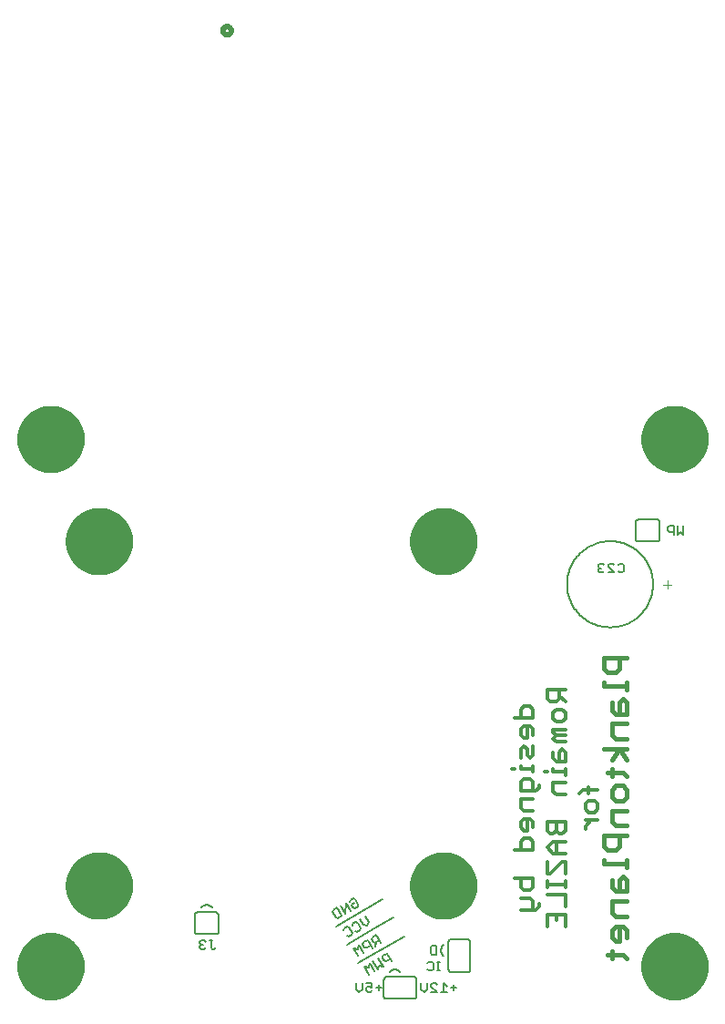
<source format=gbr>
G04 EAGLE Gerber RS-274X export*
G75*
%MOMM*%
%FSLAX34Y34*%
%LPD*%
%INSilkscreen Bottom*%
%IPPOS*%
%AMOC8*
5,1,8,0,0,1.08239X$1,22.5*%
G01*
%ADD10C,3.100000*%
%ADD11C,0.330200*%
%ADD12C,0.431800*%
%ADD13C,0.177800*%
%ADD14C,0.200000*%
%ADD15C,0.152400*%
%ADD16C,0.508000*%
%ADD17C,0.127000*%
%ADD18C,0.101600*%


D10*
X19500Y35000D02*
X19505Y35380D01*
X19519Y35761D01*
X19542Y36140D01*
X19575Y36519D01*
X19617Y36897D01*
X19668Y37274D01*
X19728Y37650D01*
X19798Y38024D01*
X19877Y38396D01*
X19965Y38766D01*
X20061Y39134D01*
X20167Y39499D01*
X20282Y39862D01*
X20406Y40222D01*
X20539Y40578D01*
X20680Y40932D01*
X20830Y41281D01*
X20988Y41627D01*
X21155Y41969D01*
X21330Y42307D01*
X21514Y42640D01*
X21705Y42969D01*
X21905Y43292D01*
X22112Y43611D01*
X22327Y43925D01*
X22550Y44233D01*
X22781Y44536D01*
X23018Y44833D01*
X23263Y45124D01*
X23515Y45409D01*
X23774Y45688D01*
X24040Y45960D01*
X24312Y46226D01*
X24591Y46485D01*
X24876Y46737D01*
X25167Y46982D01*
X25464Y47219D01*
X25767Y47450D01*
X26075Y47673D01*
X26389Y47888D01*
X26708Y48095D01*
X27031Y48295D01*
X27360Y48486D01*
X27693Y48670D01*
X28031Y48845D01*
X28373Y49012D01*
X28719Y49170D01*
X29068Y49320D01*
X29422Y49461D01*
X29778Y49594D01*
X30138Y49718D01*
X30501Y49833D01*
X30866Y49939D01*
X31234Y50035D01*
X31604Y50123D01*
X31976Y50202D01*
X32350Y50272D01*
X32726Y50332D01*
X33103Y50383D01*
X33481Y50425D01*
X33860Y50458D01*
X34239Y50481D01*
X34620Y50495D01*
X35000Y50500D01*
X35380Y50495D01*
X35761Y50481D01*
X36140Y50458D01*
X36519Y50425D01*
X36897Y50383D01*
X37274Y50332D01*
X37650Y50272D01*
X38024Y50202D01*
X38396Y50123D01*
X38766Y50035D01*
X39134Y49939D01*
X39499Y49833D01*
X39862Y49718D01*
X40222Y49594D01*
X40578Y49461D01*
X40932Y49320D01*
X41281Y49170D01*
X41627Y49012D01*
X41969Y48845D01*
X42307Y48670D01*
X42640Y48486D01*
X42969Y48295D01*
X43292Y48095D01*
X43611Y47888D01*
X43925Y47673D01*
X44233Y47450D01*
X44536Y47219D01*
X44833Y46982D01*
X45124Y46737D01*
X45409Y46485D01*
X45688Y46226D01*
X45960Y45960D01*
X46226Y45688D01*
X46485Y45409D01*
X46737Y45124D01*
X46982Y44833D01*
X47219Y44536D01*
X47450Y44233D01*
X47673Y43925D01*
X47888Y43611D01*
X48095Y43292D01*
X48295Y42969D01*
X48486Y42640D01*
X48670Y42307D01*
X48845Y41969D01*
X49012Y41627D01*
X49170Y41281D01*
X49320Y40932D01*
X49461Y40578D01*
X49594Y40222D01*
X49718Y39862D01*
X49833Y39499D01*
X49939Y39134D01*
X50035Y38766D01*
X50123Y38396D01*
X50202Y38024D01*
X50272Y37650D01*
X50332Y37274D01*
X50383Y36897D01*
X50425Y36519D01*
X50458Y36140D01*
X50481Y35761D01*
X50495Y35380D01*
X50500Y35000D01*
X50495Y34620D01*
X50481Y34239D01*
X50458Y33860D01*
X50425Y33481D01*
X50383Y33103D01*
X50332Y32726D01*
X50272Y32350D01*
X50202Y31976D01*
X50123Y31604D01*
X50035Y31234D01*
X49939Y30866D01*
X49833Y30501D01*
X49718Y30138D01*
X49594Y29778D01*
X49461Y29422D01*
X49320Y29068D01*
X49170Y28719D01*
X49012Y28373D01*
X48845Y28031D01*
X48670Y27693D01*
X48486Y27360D01*
X48295Y27031D01*
X48095Y26708D01*
X47888Y26389D01*
X47673Y26075D01*
X47450Y25767D01*
X47219Y25464D01*
X46982Y25167D01*
X46737Y24876D01*
X46485Y24591D01*
X46226Y24312D01*
X45960Y24040D01*
X45688Y23774D01*
X45409Y23515D01*
X45124Y23263D01*
X44833Y23018D01*
X44536Y22781D01*
X44233Y22550D01*
X43925Y22327D01*
X43611Y22112D01*
X43292Y21905D01*
X42969Y21705D01*
X42640Y21514D01*
X42307Y21330D01*
X41969Y21155D01*
X41627Y20988D01*
X41281Y20830D01*
X40932Y20680D01*
X40578Y20539D01*
X40222Y20406D01*
X39862Y20282D01*
X39499Y20167D01*
X39134Y20061D01*
X38766Y19965D01*
X38396Y19877D01*
X38024Y19798D01*
X37650Y19728D01*
X37274Y19668D01*
X36897Y19617D01*
X36519Y19575D01*
X36140Y19542D01*
X35761Y19519D01*
X35380Y19505D01*
X35000Y19500D01*
X34620Y19505D01*
X34239Y19519D01*
X33860Y19542D01*
X33481Y19575D01*
X33103Y19617D01*
X32726Y19668D01*
X32350Y19728D01*
X31976Y19798D01*
X31604Y19877D01*
X31234Y19965D01*
X30866Y20061D01*
X30501Y20167D01*
X30138Y20282D01*
X29778Y20406D01*
X29422Y20539D01*
X29068Y20680D01*
X28719Y20830D01*
X28373Y20988D01*
X28031Y21155D01*
X27693Y21330D01*
X27360Y21514D01*
X27031Y21705D01*
X26708Y21905D01*
X26389Y22112D01*
X26075Y22327D01*
X25767Y22550D01*
X25464Y22781D01*
X25167Y23018D01*
X24876Y23263D01*
X24591Y23515D01*
X24312Y23774D01*
X24040Y24040D01*
X23774Y24312D01*
X23515Y24591D01*
X23263Y24876D01*
X23018Y25167D01*
X22781Y25464D01*
X22550Y25767D01*
X22327Y26075D01*
X22112Y26389D01*
X21905Y26708D01*
X21705Y27031D01*
X21514Y27360D01*
X21330Y27693D01*
X21155Y28031D01*
X20988Y28373D01*
X20830Y28719D01*
X20680Y29068D01*
X20539Y29422D01*
X20406Y29778D01*
X20282Y30138D01*
X20167Y30501D01*
X20061Y30866D01*
X19965Y31234D01*
X19877Y31604D01*
X19798Y31976D01*
X19728Y32350D01*
X19668Y32726D01*
X19617Y33103D01*
X19575Y33481D01*
X19542Y33860D01*
X19519Y34239D01*
X19505Y34620D01*
X19500Y35000D01*
X19500Y525000D02*
X19505Y525380D01*
X19519Y525761D01*
X19542Y526140D01*
X19575Y526519D01*
X19617Y526897D01*
X19668Y527274D01*
X19728Y527650D01*
X19798Y528024D01*
X19877Y528396D01*
X19965Y528766D01*
X20061Y529134D01*
X20167Y529499D01*
X20282Y529862D01*
X20406Y530222D01*
X20539Y530578D01*
X20680Y530932D01*
X20830Y531281D01*
X20988Y531627D01*
X21155Y531969D01*
X21330Y532307D01*
X21514Y532640D01*
X21705Y532969D01*
X21905Y533292D01*
X22112Y533611D01*
X22327Y533925D01*
X22550Y534233D01*
X22781Y534536D01*
X23018Y534833D01*
X23263Y535124D01*
X23515Y535409D01*
X23774Y535688D01*
X24040Y535960D01*
X24312Y536226D01*
X24591Y536485D01*
X24876Y536737D01*
X25167Y536982D01*
X25464Y537219D01*
X25767Y537450D01*
X26075Y537673D01*
X26389Y537888D01*
X26708Y538095D01*
X27031Y538295D01*
X27360Y538486D01*
X27693Y538670D01*
X28031Y538845D01*
X28373Y539012D01*
X28719Y539170D01*
X29068Y539320D01*
X29422Y539461D01*
X29778Y539594D01*
X30138Y539718D01*
X30501Y539833D01*
X30866Y539939D01*
X31234Y540035D01*
X31604Y540123D01*
X31976Y540202D01*
X32350Y540272D01*
X32726Y540332D01*
X33103Y540383D01*
X33481Y540425D01*
X33860Y540458D01*
X34239Y540481D01*
X34620Y540495D01*
X35000Y540500D01*
X35380Y540495D01*
X35761Y540481D01*
X36140Y540458D01*
X36519Y540425D01*
X36897Y540383D01*
X37274Y540332D01*
X37650Y540272D01*
X38024Y540202D01*
X38396Y540123D01*
X38766Y540035D01*
X39134Y539939D01*
X39499Y539833D01*
X39862Y539718D01*
X40222Y539594D01*
X40578Y539461D01*
X40932Y539320D01*
X41281Y539170D01*
X41627Y539012D01*
X41969Y538845D01*
X42307Y538670D01*
X42640Y538486D01*
X42969Y538295D01*
X43292Y538095D01*
X43611Y537888D01*
X43925Y537673D01*
X44233Y537450D01*
X44536Y537219D01*
X44833Y536982D01*
X45124Y536737D01*
X45409Y536485D01*
X45688Y536226D01*
X45960Y535960D01*
X46226Y535688D01*
X46485Y535409D01*
X46737Y535124D01*
X46982Y534833D01*
X47219Y534536D01*
X47450Y534233D01*
X47673Y533925D01*
X47888Y533611D01*
X48095Y533292D01*
X48295Y532969D01*
X48486Y532640D01*
X48670Y532307D01*
X48845Y531969D01*
X49012Y531627D01*
X49170Y531281D01*
X49320Y530932D01*
X49461Y530578D01*
X49594Y530222D01*
X49718Y529862D01*
X49833Y529499D01*
X49939Y529134D01*
X50035Y528766D01*
X50123Y528396D01*
X50202Y528024D01*
X50272Y527650D01*
X50332Y527274D01*
X50383Y526897D01*
X50425Y526519D01*
X50458Y526140D01*
X50481Y525761D01*
X50495Y525380D01*
X50500Y525000D01*
X50495Y524620D01*
X50481Y524239D01*
X50458Y523860D01*
X50425Y523481D01*
X50383Y523103D01*
X50332Y522726D01*
X50272Y522350D01*
X50202Y521976D01*
X50123Y521604D01*
X50035Y521234D01*
X49939Y520866D01*
X49833Y520501D01*
X49718Y520138D01*
X49594Y519778D01*
X49461Y519422D01*
X49320Y519068D01*
X49170Y518719D01*
X49012Y518373D01*
X48845Y518031D01*
X48670Y517693D01*
X48486Y517360D01*
X48295Y517031D01*
X48095Y516708D01*
X47888Y516389D01*
X47673Y516075D01*
X47450Y515767D01*
X47219Y515464D01*
X46982Y515167D01*
X46737Y514876D01*
X46485Y514591D01*
X46226Y514312D01*
X45960Y514040D01*
X45688Y513774D01*
X45409Y513515D01*
X45124Y513263D01*
X44833Y513018D01*
X44536Y512781D01*
X44233Y512550D01*
X43925Y512327D01*
X43611Y512112D01*
X43292Y511905D01*
X42969Y511705D01*
X42640Y511514D01*
X42307Y511330D01*
X41969Y511155D01*
X41627Y510988D01*
X41281Y510830D01*
X40932Y510680D01*
X40578Y510539D01*
X40222Y510406D01*
X39862Y510282D01*
X39499Y510167D01*
X39134Y510061D01*
X38766Y509965D01*
X38396Y509877D01*
X38024Y509798D01*
X37650Y509728D01*
X37274Y509668D01*
X36897Y509617D01*
X36519Y509575D01*
X36140Y509542D01*
X35761Y509519D01*
X35380Y509505D01*
X35000Y509500D01*
X34620Y509505D01*
X34239Y509519D01*
X33860Y509542D01*
X33481Y509575D01*
X33103Y509617D01*
X32726Y509668D01*
X32350Y509728D01*
X31976Y509798D01*
X31604Y509877D01*
X31234Y509965D01*
X30866Y510061D01*
X30501Y510167D01*
X30138Y510282D01*
X29778Y510406D01*
X29422Y510539D01*
X29068Y510680D01*
X28719Y510830D01*
X28373Y510988D01*
X28031Y511155D01*
X27693Y511330D01*
X27360Y511514D01*
X27031Y511705D01*
X26708Y511905D01*
X26389Y512112D01*
X26075Y512327D01*
X25767Y512550D01*
X25464Y512781D01*
X25167Y513018D01*
X24876Y513263D01*
X24591Y513515D01*
X24312Y513774D01*
X24040Y514040D01*
X23774Y514312D01*
X23515Y514591D01*
X23263Y514876D01*
X23018Y515167D01*
X22781Y515464D01*
X22550Y515767D01*
X22327Y516075D01*
X22112Y516389D01*
X21905Y516708D01*
X21705Y517031D01*
X21514Y517360D01*
X21330Y517693D01*
X21155Y518031D01*
X20988Y518373D01*
X20830Y518719D01*
X20680Y519068D01*
X20539Y519422D01*
X20406Y519778D01*
X20282Y520138D01*
X20167Y520501D01*
X20061Y520866D01*
X19965Y521234D01*
X19877Y521604D01*
X19798Y521976D01*
X19728Y522350D01*
X19668Y522726D01*
X19617Y523103D01*
X19575Y523481D01*
X19542Y523860D01*
X19519Y524239D01*
X19505Y524620D01*
X19500Y525000D01*
X599500Y35000D02*
X599505Y35380D01*
X599519Y35761D01*
X599542Y36140D01*
X599575Y36519D01*
X599617Y36897D01*
X599668Y37274D01*
X599728Y37650D01*
X599798Y38024D01*
X599877Y38396D01*
X599965Y38766D01*
X600061Y39134D01*
X600167Y39499D01*
X600282Y39862D01*
X600406Y40222D01*
X600539Y40578D01*
X600680Y40932D01*
X600830Y41281D01*
X600988Y41627D01*
X601155Y41969D01*
X601330Y42307D01*
X601514Y42640D01*
X601705Y42969D01*
X601905Y43292D01*
X602112Y43611D01*
X602327Y43925D01*
X602550Y44233D01*
X602781Y44536D01*
X603018Y44833D01*
X603263Y45124D01*
X603515Y45409D01*
X603774Y45688D01*
X604040Y45960D01*
X604312Y46226D01*
X604591Y46485D01*
X604876Y46737D01*
X605167Y46982D01*
X605464Y47219D01*
X605767Y47450D01*
X606075Y47673D01*
X606389Y47888D01*
X606708Y48095D01*
X607031Y48295D01*
X607360Y48486D01*
X607693Y48670D01*
X608031Y48845D01*
X608373Y49012D01*
X608719Y49170D01*
X609068Y49320D01*
X609422Y49461D01*
X609778Y49594D01*
X610138Y49718D01*
X610501Y49833D01*
X610866Y49939D01*
X611234Y50035D01*
X611604Y50123D01*
X611976Y50202D01*
X612350Y50272D01*
X612726Y50332D01*
X613103Y50383D01*
X613481Y50425D01*
X613860Y50458D01*
X614239Y50481D01*
X614620Y50495D01*
X615000Y50500D01*
X615380Y50495D01*
X615761Y50481D01*
X616140Y50458D01*
X616519Y50425D01*
X616897Y50383D01*
X617274Y50332D01*
X617650Y50272D01*
X618024Y50202D01*
X618396Y50123D01*
X618766Y50035D01*
X619134Y49939D01*
X619499Y49833D01*
X619862Y49718D01*
X620222Y49594D01*
X620578Y49461D01*
X620932Y49320D01*
X621281Y49170D01*
X621627Y49012D01*
X621969Y48845D01*
X622307Y48670D01*
X622640Y48486D01*
X622969Y48295D01*
X623292Y48095D01*
X623611Y47888D01*
X623925Y47673D01*
X624233Y47450D01*
X624536Y47219D01*
X624833Y46982D01*
X625124Y46737D01*
X625409Y46485D01*
X625688Y46226D01*
X625960Y45960D01*
X626226Y45688D01*
X626485Y45409D01*
X626737Y45124D01*
X626982Y44833D01*
X627219Y44536D01*
X627450Y44233D01*
X627673Y43925D01*
X627888Y43611D01*
X628095Y43292D01*
X628295Y42969D01*
X628486Y42640D01*
X628670Y42307D01*
X628845Y41969D01*
X629012Y41627D01*
X629170Y41281D01*
X629320Y40932D01*
X629461Y40578D01*
X629594Y40222D01*
X629718Y39862D01*
X629833Y39499D01*
X629939Y39134D01*
X630035Y38766D01*
X630123Y38396D01*
X630202Y38024D01*
X630272Y37650D01*
X630332Y37274D01*
X630383Y36897D01*
X630425Y36519D01*
X630458Y36140D01*
X630481Y35761D01*
X630495Y35380D01*
X630500Y35000D01*
X630495Y34620D01*
X630481Y34239D01*
X630458Y33860D01*
X630425Y33481D01*
X630383Y33103D01*
X630332Y32726D01*
X630272Y32350D01*
X630202Y31976D01*
X630123Y31604D01*
X630035Y31234D01*
X629939Y30866D01*
X629833Y30501D01*
X629718Y30138D01*
X629594Y29778D01*
X629461Y29422D01*
X629320Y29068D01*
X629170Y28719D01*
X629012Y28373D01*
X628845Y28031D01*
X628670Y27693D01*
X628486Y27360D01*
X628295Y27031D01*
X628095Y26708D01*
X627888Y26389D01*
X627673Y26075D01*
X627450Y25767D01*
X627219Y25464D01*
X626982Y25167D01*
X626737Y24876D01*
X626485Y24591D01*
X626226Y24312D01*
X625960Y24040D01*
X625688Y23774D01*
X625409Y23515D01*
X625124Y23263D01*
X624833Y23018D01*
X624536Y22781D01*
X624233Y22550D01*
X623925Y22327D01*
X623611Y22112D01*
X623292Y21905D01*
X622969Y21705D01*
X622640Y21514D01*
X622307Y21330D01*
X621969Y21155D01*
X621627Y20988D01*
X621281Y20830D01*
X620932Y20680D01*
X620578Y20539D01*
X620222Y20406D01*
X619862Y20282D01*
X619499Y20167D01*
X619134Y20061D01*
X618766Y19965D01*
X618396Y19877D01*
X618024Y19798D01*
X617650Y19728D01*
X617274Y19668D01*
X616897Y19617D01*
X616519Y19575D01*
X616140Y19542D01*
X615761Y19519D01*
X615380Y19505D01*
X615000Y19500D01*
X614620Y19505D01*
X614239Y19519D01*
X613860Y19542D01*
X613481Y19575D01*
X613103Y19617D01*
X612726Y19668D01*
X612350Y19728D01*
X611976Y19798D01*
X611604Y19877D01*
X611234Y19965D01*
X610866Y20061D01*
X610501Y20167D01*
X610138Y20282D01*
X609778Y20406D01*
X609422Y20539D01*
X609068Y20680D01*
X608719Y20830D01*
X608373Y20988D01*
X608031Y21155D01*
X607693Y21330D01*
X607360Y21514D01*
X607031Y21705D01*
X606708Y21905D01*
X606389Y22112D01*
X606075Y22327D01*
X605767Y22550D01*
X605464Y22781D01*
X605167Y23018D01*
X604876Y23263D01*
X604591Y23515D01*
X604312Y23774D01*
X604040Y24040D01*
X603774Y24312D01*
X603515Y24591D01*
X603263Y24876D01*
X603018Y25167D01*
X602781Y25464D01*
X602550Y25767D01*
X602327Y26075D01*
X602112Y26389D01*
X601905Y26708D01*
X601705Y27031D01*
X601514Y27360D01*
X601330Y27693D01*
X601155Y28031D01*
X600988Y28373D01*
X600830Y28719D01*
X600680Y29068D01*
X600539Y29422D01*
X600406Y29778D01*
X600282Y30138D01*
X600167Y30501D01*
X600061Y30866D01*
X599965Y31234D01*
X599877Y31604D01*
X599798Y31976D01*
X599728Y32350D01*
X599668Y32726D01*
X599617Y33103D01*
X599575Y33481D01*
X599542Y33860D01*
X599519Y34239D01*
X599505Y34620D01*
X599500Y35000D01*
X599500Y525000D02*
X599505Y525380D01*
X599519Y525761D01*
X599542Y526140D01*
X599575Y526519D01*
X599617Y526897D01*
X599668Y527274D01*
X599728Y527650D01*
X599798Y528024D01*
X599877Y528396D01*
X599965Y528766D01*
X600061Y529134D01*
X600167Y529499D01*
X600282Y529862D01*
X600406Y530222D01*
X600539Y530578D01*
X600680Y530932D01*
X600830Y531281D01*
X600988Y531627D01*
X601155Y531969D01*
X601330Y532307D01*
X601514Y532640D01*
X601705Y532969D01*
X601905Y533292D01*
X602112Y533611D01*
X602327Y533925D01*
X602550Y534233D01*
X602781Y534536D01*
X603018Y534833D01*
X603263Y535124D01*
X603515Y535409D01*
X603774Y535688D01*
X604040Y535960D01*
X604312Y536226D01*
X604591Y536485D01*
X604876Y536737D01*
X605167Y536982D01*
X605464Y537219D01*
X605767Y537450D01*
X606075Y537673D01*
X606389Y537888D01*
X606708Y538095D01*
X607031Y538295D01*
X607360Y538486D01*
X607693Y538670D01*
X608031Y538845D01*
X608373Y539012D01*
X608719Y539170D01*
X609068Y539320D01*
X609422Y539461D01*
X609778Y539594D01*
X610138Y539718D01*
X610501Y539833D01*
X610866Y539939D01*
X611234Y540035D01*
X611604Y540123D01*
X611976Y540202D01*
X612350Y540272D01*
X612726Y540332D01*
X613103Y540383D01*
X613481Y540425D01*
X613860Y540458D01*
X614239Y540481D01*
X614620Y540495D01*
X615000Y540500D01*
X615380Y540495D01*
X615761Y540481D01*
X616140Y540458D01*
X616519Y540425D01*
X616897Y540383D01*
X617274Y540332D01*
X617650Y540272D01*
X618024Y540202D01*
X618396Y540123D01*
X618766Y540035D01*
X619134Y539939D01*
X619499Y539833D01*
X619862Y539718D01*
X620222Y539594D01*
X620578Y539461D01*
X620932Y539320D01*
X621281Y539170D01*
X621627Y539012D01*
X621969Y538845D01*
X622307Y538670D01*
X622640Y538486D01*
X622969Y538295D01*
X623292Y538095D01*
X623611Y537888D01*
X623925Y537673D01*
X624233Y537450D01*
X624536Y537219D01*
X624833Y536982D01*
X625124Y536737D01*
X625409Y536485D01*
X625688Y536226D01*
X625960Y535960D01*
X626226Y535688D01*
X626485Y535409D01*
X626737Y535124D01*
X626982Y534833D01*
X627219Y534536D01*
X627450Y534233D01*
X627673Y533925D01*
X627888Y533611D01*
X628095Y533292D01*
X628295Y532969D01*
X628486Y532640D01*
X628670Y532307D01*
X628845Y531969D01*
X629012Y531627D01*
X629170Y531281D01*
X629320Y530932D01*
X629461Y530578D01*
X629594Y530222D01*
X629718Y529862D01*
X629833Y529499D01*
X629939Y529134D01*
X630035Y528766D01*
X630123Y528396D01*
X630202Y528024D01*
X630272Y527650D01*
X630332Y527274D01*
X630383Y526897D01*
X630425Y526519D01*
X630458Y526140D01*
X630481Y525761D01*
X630495Y525380D01*
X630500Y525000D01*
X630495Y524620D01*
X630481Y524239D01*
X630458Y523860D01*
X630425Y523481D01*
X630383Y523103D01*
X630332Y522726D01*
X630272Y522350D01*
X630202Y521976D01*
X630123Y521604D01*
X630035Y521234D01*
X629939Y520866D01*
X629833Y520501D01*
X629718Y520138D01*
X629594Y519778D01*
X629461Y519422D01*
X629320Y519068D01*
X629170Y518719D01*
X629012Y518373D01*
X628845Y518031D01*
X628670Y517693D01*
X628486Y517360D01*
X628295Y517031D01*
X628095Y516708D01*
X627888Y516389D01*
X627673Y516075D01*
X627450Y515767D01*
X627219Y515464D01*
X626982Y515167D01*
X626737Y514876D01*
X626485Y514591D01*
X626226Y514312D01*
X625960Y514040D01*
X625688Y513774D01*
X625409Y513515D01*
X625124Y513263D01*
X624833Y513018D01*
X624536Y512781D01*
X624233Y512550D01*
X623925Y512327D01*
X623611Y512112D01*
X623292Y511905D01*
X622969Y511705D01*
X622640Y511514D01*
X622307Y511330D01*
X621969Y511155D01*
X621627Y510988D01*
X621281Y510830D01*
X620932Y510680D01*
X620578Y510539D01*
X620222Y510406D01*
X619862Y510282D01*
X619499Y510167D01*
X619134Y510061D01*
X618766Y509965D01*
X618396Y509877D01*
X618024Y509798D01*
X617650Y509728D01*
X617274Y509668D01*
X616897Y509617D01*
X616519Y509575D01*
X616140Y509542D01*
X615761Y509519D01*
X615380Y509505D01*
X615000Y509500D01*
X614620Y509505D01*
X614239Y509519D01*
X613860Y509542D01*
X613481Y509575D01*
X613103Y509617D01*
X612726Y509668D01*
X612350Y509728D01*
X611976Y509798D01*
X611604Y509877D01*
X611234Y509965D01*
X610866Y510061D01*
X610501Y510167D01*
X610138Y510282D01*
X609778Y510406D01*
X609422Y510539D01*
X609068Y510680D01*
X608719Y510830D01*
X608373Y510988D01*
X608031Y511155D01*
X607693Y511330D01*
X607360Y511514D01*
X607031Y511705D01*
X606708Y511905D01*
X606389Y512112D01*
X606075Y512327D01*
X605767Y512550D01*
X605464Y512781D01*
X605167Y513018D01*
X604876Y513263D01*
X604591Y513515D01*
X604312Y513774D01*
X604040Y514040D01*
X603774Y514312D01*
X603515Y514591D01*
X603263Y514876D01*
X603018Y515167D01*
X602781Y515464D01*
X602550Y515767D01*
X602327Y516075D01*
X602112Y516389D01*
X601905Y516708D01*
X601705Y517031D01*
X601514Y517360D01*
X601330Y517693D01*
X601155Y518031D01*
X600988Y518373D01*
X600830Y518719D01*
X600680Y519068D01*
X600539Y519422D01*
X600406Y519778D01*
X600282Y520138D01*
X600167Y520501D01*
X600061Y520866D01*
X599965Y521234D01*
X599877Y521604D01*
X599798Y521976D01*
X599728Y522350D01*
X599668Y522726D01*
X599617Y523103D01*
X599575Y523481D01*
X599542Y523860D01*
X599519Y524239D01*
X599505Y524620D01*
X599500Y525000D01*
D11*
X483349Y265425D02*
X466637Y265425D01*
X483349Y265425D02*
X483349Y273781D01*
X480564Y276566D01*
X474993Y276566D01*
X472208Y273781D01*
X472208Y265425D01*
X483349Y255365D02*
X483349Y249794D01*
X483349Y255365D02*
X480564Y258151D01*
X474993Y258151D01*
X472208Y255365D01*
X472208Y249794D01*
X474993Y247009D01*
X477778Y247009D01*
X477778Y258151D01*
X483349Y239735D02*
X483349Y231379D01*
X480564Y228593D01*
X477778Y231379D01*
X477778Y236949D01*
X474993Y239735D01*
X472208Y236949D01*
X472208Y228593D01*
X472208Y221319D02*
X472208Y218534D01*
X483349Y218534D01*
X483349Y221319D02*
X483349Y215748D01*
X466637Y218534D02*
X463851Y218534D01*
X488920Y203471D02*
X488920Y200686D01*
X486134Y197900D01*
X472208Y197900D01*
X472208Y206257D01*
X474993Y209042D01*
X480564Y209042D01*
X483349Y206257D01*
X483349Y197900D01*
X483349Y190626D02*
X472208Y190626D01*
X472208Y182270D01*
X474993Y179485D01*
X483349Y179485D01*
X483349Y169425D02*
X483349Y163854D01*
X483349Y169425D02*
X480564Y172211D01*
X474993Y172211D01*
X472208Y169425D01*
X472208Y163854D01*
X474993Y161069D01*
X477778Y161069D01*
X477778Y172211D01*
X483349Y142653D02*
X466637Y142653D01*
X483349Y142653D02*
X483349Y151009D01*
X480564Y153795D01*
X474993Y153795D01*
X472208Y151009D01*
X472208Y142653D01*
X466637Y116963D02*
X483349Y116963D01*
X483349Y108607D01*
X480564Y105822D01*
X474993Y105822D01*
X472208Y108607D01*
X472208Y116963D01*
X472208Y98548D02*
X480564Y98548D01*
X483349Y95762D01*
X483349Y87406D01*
X486134Y87406D02*
X472208Y87406D01*
X486134Y87406D02*
X488920Y90192D01*
X488920Y92977D01*
X496637Y291913D02*
X513349Y291913D01*
X496637Y291913D02*
X496637Y283557D01*
X499422Y280771D01*
X504993Y280771D01*
X507778Y283557D01*
X507778Y291913D01*
X507778Y286342D02*
X513349Y280771D01*
X513349Y270712D02*
X513349Y265141D01*
X510564Y262356D01*
X504993Y262356D01*
X502208Y265141D01*
X502208Y270712D01*
X504993Y273497D01*
X510564Y273497D01*
X513349Y270712D01*
X513349Y255081D02*
X502208Y255081D01*
X502208Y252296D01*
X504993Y249511D01*
X513349Y249511D01*
X504993Y249511D02*
X502208Y246725D01*
X504993Y243940D01*
X513349Y243940D01*
X502208Y233880D02*
X502208Y228309D01*
X504993Y225524D01*
X513349Y225524D01*
X513349Y233880D01*
X510564Y236666D01*
X507778Y233880D01*
X507778Y225524D01*
X502208Y218250D02*
X502208Y215464D01*
X513349Y215464D01*
X513349Y212679D02*
X513349Y218250D01*
X496637Y215464D02*
X493851Y215464D01*
X502208Y205973D02*
X513349Y205973D01*
X502208Y205973D02*
X502208Y197617D01*
X504993Y194831D01*
X513349Y194831D01*
X513349Y169141D02*
X496637Y169141D01*
X496637Y160785D01*
X499422Y158000D01*
X502208Y158000D01*
X504993Y160785D01*
X507778Y158000D01*
X510564Y158000D01*
X513349Y160785D01*
X513349Y169141D01*
X504993Y169141D02*
X504993Y160785D01*
X502208Y150726D02*
X513349Y150726D01*
X502208Y150726D02*
X496637Y145155D01*
X502208Y139584D01*
X513349Y139584D01*
X504993Y139584D02*
X504993Y150726D01*
X496637Y132310D02*
X496637Y121168D01*
X499422Y121168D01*
X510564Y132310D01*
X513349Y132310D01*
X513349Y121168D01*
X513349Y113894D02*
X513349Y108323D01*
X513349Y111109D02*
X496637Y111109D01*
X496637Y113894D02*
X496637Y108323D01*
X496637Y101617D02*
X513349Y101617D01*
X513349Y90475D01*
X496637Y83201D02*
X496637Y72060D01*
X496637Y83201D02*
X513349Y83201D01*
X513349Y72060D01*
X504993Y77630D02*
X504993Y83201D01*
X529422Y198583D02*
X543349Y198583D01*
X529422Y198583D02*
X526637Y195798D01*
X534993Y195798D02*
X534993Y201369D01*
X543349Y186306D02*
X543349Y180735D01*
X540564Y177950D01*
X534993Y177950D01*
X532208Y180735D01*
X532208Y186306D01*
X534993Y189092D01*
X540564Y189092D01*
X543349Y186306D01*
X543349Y170676D02*
X532208Y170676D01*
X537778Y170676D02*
X532208Y165105D01*
X532208Y162320D01*
D12*
X549641Y321714D02*
X570341Y321714D01*
X549641Y321714D02*
X549641Y311364D01*
X553091Y307914D01*
X559991Y307914D01*
X563441Y311364D01*
X563441Y321714D01*
X549641Y298694D02*
X549641Y295244D01*
X570341Y295244D01*
X570341Y298694D02*
X570341Y291794D01*
X556541Y279898D02*
X556541Y272998D01*
X559991Y269548D01*
X570341Y269548D01*
X570341Y279898D01*
X566891Y283348D01*
X563441Y279898D01*
X563441Y269548D01*
X570341Y260328D02*
X556541Y260328D01*
X556541Y249978D01*
X559991Y246528D01*
X570341Y246528D01*
X570341Y237309D02*
X549641Y237309D01*
X563441Y237309D02*
X570341Y226959D01*
X563441Y237309D02*
X556541Y226959D01*
X553091Y214676D02*
X566891Y214676D01*
X570341Y211226D01*
X556541Y211226D02*
X556541Y218126D01*
X570341Y199329D02*
X570341Y192429D01*
X566891Y188979D01*
X559991Y188979D01*
X556541Y192429D01*
X556541Y199329D01*
X559991Y202779D01*
X566891Y202779D01*
X570341Y199329D01*
X570341Y179759D02*
X556541Y179759D01*
X556541Y169410D01*
X559991Y165960D01*
X570341Y165960D01*
X570341Y156740D02*
X549641Y156740D01*
X549641Y146390D01*
X553091Y142940D01*
X559991Y142940D01*
X563441Y146390D01*
X563441Y156740D01*
X549641Y133720D02*
X549641Y130270D01*
X570341Y130270D01*
X570341Y133720D02*
X570341Y126820D01*
X556541Y114924D02*
X556541Y108024D01*
X559991Y104574D01*
X570341Y104574D01*
X570341Y114924D01*
X566891Y118374D01*
X563441Y114924D01*
X563441Y104574D01*
X570341Y95354D02*
X556541Y95354D01*
X556541Y85004D01*
X559991Y81554D01*
X570341Y81554D01*
X570341Y68884D02*
X570341Y61985D01*
X570341Y68884D02*
X566891Y72334D01*
X559991Y72334D01*
X556541Y68884D01*
X556541Y61985D01*
X559991Y58535D01*
X563441Y58535D01*
X563441Y72334D01*
X566891Y45865D02*
X553091Y45865D01*
X566891Y45865D02*
X570341Y42415D01*
X556541Y42415D02*
X556541Y49315D01*
D13*
X412527Y15004D02*
X407041Y15004D01*
X409784Y17747D02*
X409784Y12261D01*
X403319Y16375D02*
X400576Y19118D01*
X400576Y10889D01*
X403319Y10889D02*
X397833Y10889D01*
X394111Y10889D02*
X388625Y10889D01*
X394111Y10889D02*
X388625Y16375D01*
X388625Y17747D01*
X389997Y19118D01*
X392740Y19118D01*
X394111Y17747D01*
X384903Y19118D02*
X384903Y13632D01*
X382160Y10889D01*
X379417Y13632D01*
X379417Y19118D01*
X342923Y15004D02*
X337437Y15004D01*
X340180Y17747D02*
X340180Y12261D01*
X333715Y19118D02*
X328229Y19118D01*
X333715Y19118D02*
X333715Y15004D01*
X330972Y16375D01*
X329600Y16375D01*
X328229Y15004D01*
X328229Y12261D01*
X329600Y10889D01*
X332343Y10889D01*
X333715Y12261D01*
X324507Y13632D02*
X324507Y19118D01*
X324507Y13632D02*
X321764Y10889D01*
X319021Y13632D01*
X319021Y19118D01*
X393715Y45889D02*
X393715Y54118D01*
X393715Y45889D02*
X389600Y45889D01*
X388229Y47261D01*
X388229Y52747D01*
X389600Y54118D01*
X393715Y54118D01*
X394041Y30889D02*
X396784Y30889D01*
X395413Y30889D02*
X395413Y39118D01*
X396784Y39118D02*
X394041Y39118D01*
X386531Y39118D02*
X385160Y37747D01*
X386531Y39118D02*
X389274Y39118D01*
X390646Y37747D01*
X390646Y32261D01*
X389274Y30889D01*
X386531Y30889D01*
X385160Y32261D01*
D14*
X400000Y45000D02*
X399881Y45122D01*
X399764Y45247D01*
X399651Y45375D01*
X399541Y45506D01*
X399434Y45639D01*
X399330Y45775D01*
X399230Y45913D01*
X399133Y46054D01*
X399039Y46197D01*
X398949Y46342D01*
X398862Y46489D01*
X398779Y46639D01*
X398700Y46790D01*
X398624Y46943D01*
X398552Y47098D01*
X398484Y47255D01*
X398419Y47413D01*
X398359Y47573D01*
X398302Y47734D01*
X398249Y47896D01*
X398200Y48060D01*
X398155Y48225D01*
X398115Y48391D01*
X398078Y48558D01*
X398045Y48725D01*
X398016Y48894D01*
X397991Y49063D01*
X397971Y49233D01*
X397954Y49403D01*
X397942Y49573D01*
X397934Y49744D01*
X397930Y49915D01*
X397930Y50085D01*
X397934Y50256D01*
X397942Y50427D01*
X397954Y50597D01*
X397971Y50767D01*
X397991Y50937D01*
X398016Y51106D01*
X398045Y51275D01*
X398078Y51442D01*
X398115Y51609D01*
X398155Y51775D01*
X398200Y51940D01*
X398249Y52104D01*
X398302Y52266D01*
X398359Y52427D01*
X398419Y52587D01*
X398484Y52745D01*
X398552Y52902D01*
X398624Y53057D01*
X398700Y53210D01*
X398779Y53361D01*
X398862Y53511D01*
X398949Y53658D01*
X399039Y53803D01*
X399133Y53946D01*
X399230Y54087D01*
X399330Y54225D01*
X399434Y54361D01*
X399541Y54494D01*
X399651Y54625D01*
X399764Y54753D01*
X399881Y54878D01*
X400000Y55000D01*
X185000Y90000D02*
X184878Y90119D01*
X184753Y90236D01*
X184625Y90349D01*
X184494Y90459D01*
X184361Y90566D01*
X184225Y90670D01*
X184087Y90770D01*
X183946Y90867D01*
X183803Y90961D01*
X183658Y91051D01*
X183511Y91138D01*
X183361Y91221D01*
X183210Y91300D01*
X183057Y91376D01*
X182902Y91448D01*
X182745Y91516D01*
X182587Y91581D01*
X182427Y91641D01*
X182266Y91698D01*
X182104Y91751D01*
X181940Y91800D01*
X181775Y91845D01*
X181609Y91885D01*
X181442Y91922D01*
X181275Y91955D01*
X181106Y91984D01*
X180937Y92009D01*
X180767Y92029D01*
X180597Y92046D01*
X180427Y92058D01*
X180256Y92066D01*
X180085Y92070D01*
X179915Y92070D01*
X179744Y92066D01*
X179573Y92058D01*
X179403Y92046D01*
X179233Y92029D01*
X179063Y92009D01*
X178894Y91984D01*
X178725Y91955D01*
X178558Y91922D01*
X178391Y91885D01*
X178225Y91845D01*
X178060Y91800D01*
X177896Y91751D01*
X177734Y91698D01*
X177573Y91641D01*
X177413Y91581D01*
X177255Y91516D01*
X177098Y91448D01*
X176943Y91376D01*
X176790Y91300D01*
X176639Y91221D01*
X176489Y91138D01*
X176342Y91051D01*
X176197Y90961D01*
X176054Y90867D01*
X175913Y90770D01*
X175775Y90670D01*
X175639Y90566D01*
X175506Y90459D01*
X175375Y90349D01*
X175247Y90236D01*
X175122Y90119D01*
X175000Y90000D01*
X350000Y30000D02*
X350122Y30119D01*
X350247Y30236D01*
X350375Y30349D01*
X350506Y30459D01*
X350639Y30566D01*
X350775Y30670D01*
X350913Y30770D01*
X351054Y30867D01*
X351197Y30961D01*
X351342Y31051D01*
X351489Y31138D01*
X351639Y31221D01*
X351790Y31300D01*
X351943Y31376D01*
X352098Y31448D01*
X352255Y31516D01*
X352413Y31581D01*
X352573Y31641D01*
X352734Y31698D01*
X352896Y31751D01*
X353060Y31800D01*
X353225Y31845D01*
X353391Y31885D01*
X353558Y31922D01*
X353725Y31955D01*
X353894Y31984D01*
X354063Y32009D01*
X354233Y32029D01*
X354403Y32046D01*
X354573Y32058D01*
X354744Y32066D01*
X354915Y32070D01*
X355085Y32070D01*
X355256Y32066D01*
X355427Y32058D01*
X355597Y32046D01*
X355767Y32029D01*
X355937Y32009D01*
X356106Y31984D01*
X356275Y31955D01*
X356442Y31922D01*
X356609Y31885D01*
X356775Y31845D01*
X356940Y31800D01*
X357104Y31751D01*
X357266Y31698D01*
X357427Y31641D01*
X357587Y31581D01*
X357745Y31516D01*
X357902Y31448D01*
X358057Y31376D01*
X358210Y31300D01*
X358361Y31221D01*
X358511Y31138D01*
X358658Y31051D01*
X358803Y30961D01*
X358946Y30867D01*
X359087Y30770D01*
X359225Y30670D01*
X359361Y30566D01*
X359494Y30459D01*
X359625Y30349D01*
X359753Y30236D01*
X359878Y30119D01*
X360000Y30000D01*
D15*
X581364Y429840D02*
X598636Y429840D01*
X578824Y447620D02*
X578826Y447720D01*
X578832Y447819D01*
X578842Y447919D01*
X578855Y448017D01*
X578873Y448116D01*
X578894Y448213D01*
X578919Y448309D01*
X578948Y448405D01*
X578981Y448499D01*
X579017Y448592D01*
X579057Y448683D01*
X579101Y448773D01*
X579148Y448861D01*
X579198Y448947D01*
X579252Y449031D01*
X579309Y449113D01*
X579369Y449192D01*
X579433Y449270D01*
X579499Y449344D01*
X579568Y449416D01*
X579640Y449485D01*
X579714Y449551D01*
X579792Y449615D01*
X579871Y449675D01*
X579953Y449732D01*
X580037Y449786D01*
X580123Y449836D01*
X580211Y449883D01*
X580301Y449927D01*
X580392Y449967D01*
X580485Y450003D01*
X580579Y450036D01*
X580675Y450065D01*
X580771Y450090D01*
X580868Y450111D01*
X580967Y450129D01*
X581065Y450142D01*
X581165Y450152D01*
X581264Y450158D01*
X581364Y450160D01*
X598636Y450160D02*
X598736Y450158D01*
X598835Y450152D01*
X598935Y450142D01*
X599033Y450129D01*
X599132Y450111D01*
X599229Y450090D01*
X599325Y450065D01*
X599421Y450036D01*
X599515Y450003D01*
X599608Y449967D01*
X599699Y449927D01*
X599789Y449883D01*
X599877Y449836D01*
X599963Y449786D01*
X600047Y449732D01*
X600129Y449675D01*
X600208Y449615D01*
X600286Y449551D01*
X600360Y449485D01*
X600432Y449416D01*
X600501Y449344D01*
X600567Y449270D01*
X600631Y449192D01*
X600691Y449113D01*
X600748Y449031D01*
X600802Y448947D01*
X600852Y448861D01*
X600899Y448773D01*
X600943Y448683D01*
X600983Y448592D01*
X601019Y448499D01*
X601052Y448405D01*
X601081Y448309D01*
X601106Y448213D01*
X601127Y448116D01*
X601145Y448017D01*
X601158Y447919D01*
X601168Y447819D01*
X601174Y447720D01*
X601176Y447620D01*
X601176Y432380D02*
X601174Y432280D01*
X601168Y432181D01*
X601158Y432081D01*
X601145Y431983D01*
X601127Y431884D01*
X601106Y431787D01*
X601081Y431691D01*
X601052Y431595D01*
X601019Y431501D01*
X600983Y431408D01*
X600943Y431317D01*
X600899Y431227D01*
X600852Y431139D01*
X600802Y431053D01*
X600748Y430969D01*
X600691Y430887D01*
X600631Y430808D01*
X600567Y430730D01*
X600501Y430656D01*
X600432Y430584D01*
X600360Y430515D01*
X600286Y430449D01*
X600208Y430385D01*
X600129Y430325D01*
X600047Y430268D01*
X599963Y430214D01*
X599877Y430164D01*
X599789Y430117D01*
X599699Y430073D01*
X599608Y430033D01*
X599515Y429997D01*
X599421Y429964D01*
X599325Y429935D01*
X599229Y429910D01*
X599132Y429889D01*
X599033Y429871D01*
X598935Y429858D01*
X598835Y429848D01*
X598736Y429842D01*
X598636Y429840D01*
X581364Y429840D02*
X581264Y429842D01*
X581165Y429848D01*
X581065Y429858D01*
X580967Y429871D01*
X580868Y429889D01*
X580771Y429910D01*
X580675Y429935D01*
X580579Y429964D01*
X580485Y429997D01*
X580392Y430033D01*
X580301Y430073D01*
X580211Y430117D01*
X580123Y430164D01*
X580037Y430214D01*
X579953Y430268D01*
X579871Y430325D01*
X579792Y430385D01*
X579714Y430449D01*
X579640Y430515D01*
X579568Y430584D01*
X579499Y430656D01*
X579433Y430730D01*
X579369Y430808D01*
X579309Y430887D01*
X579252Y430969D01*
X579198Y431053D01*
X579148Y431139D01*
X579101Y431227D01*
X579057Y431317D01*
X579017Y431408D01*
X578981Y431501D01*
X578948Y431595D01*
X578919Y431691D01*
X578894Y431787D01*
X578873Y431884D01*
X578855Y431983D01*
X578842Y432081D01*
X578832Y432181D01*
X578826Y432280D01*
X578824Y432380D01*
X578824Y447620D01*
X601176Y447620D02*
X601176Y432380D01*
X598636Y450160D02*
X581364Y450160D01*
D13*
X623319Y444118D02*
X623319Y435889D01*
X620576Y438632D01*
X617833Y435889D01*
X617833Y444118D01*
X614111Y444118D02*
X614111Y435889D01*
X614111Y444118D02*
X609997Y444118D01*
X608625Y442747D01*
X608625Y440004D01*
X609997Y438632D01*
X614111Y438632D01*
D16*
X202860Y904440D02*
X202858Y904562D01*
X202852Y904684D01*
X202842Y904806D01*
X202829Y904927D01*
X202811Y905048D01*
X202790Y905168D01*
X202764Y905288D01*
X202735Y905406D01*
X202703Y905524D01*
X202666Y905641D01*
X202626Y905756D01*
X202582Y905870D01*
X202534Y905982D01*
X202483Y906093D01*
X202428Y906202D01*
X202370Y906310D01*
X202308Y906415D01*
X202243Y906518D01*
X202175Y906620D01*
X202103Y906719D01*
X202029Y906815D01*
X201951Y906910D01*
X201870Y907001D01*
X201787Y907091D01*
X201701Y907177D01*
X201611Y907260D01*
X201520Y907341D01*
X201425Y907419D01*
X201329Y907493D01*
X201230Y907565D01*
X201128Y907633D01*
X201025Y907698D01*
X200920Y907760D01*
X200812Y907818D01*
X200703Y907873D01*
X200592Y907924D01*
X200480Y907972D01*
X200366Y908016D01*
X200251Y908056D01*
X200134Y908093D01*
X200016Y908125D01*
X199898Y908154D01*
X199778Y908180D01*
X199658Y908201D01*
X199537Y908219D01*
X199416Y908232D01*
X199294Y908242D01*
X199172Y908248D01*
X199050Y908250D01*
X198928Y908248D01*
X198806Y908242D01*
X198684Y908232D01*
X198563Y908219D01*
X198442Y908201D01*
X198322Y908180D01*
X198202Y908154D01*
X198084Y908125D01*
X197966Y908093D01*
X197849Y908056D01*
X197734Y908016D01*
X197620Y907972D01*
X197508Y907924D01*
X197397Y907873D01*
X197288Y907818D01*
X197180Y907760D01*
X197075Y907698D01*
X196972Y907633D01*
X196870Y907565D01*
X196771Y907493D01*
X196675Y907419D01*
X196580Y907341D01*
X196489Y907260D01*
X196399Y907177D01*
X196313Y907091D01*
X196230Y907001D01*
X196149Y906910D01*
X196071Y906815D01*
X195997Y906719D01*
X195925Y906620D01*
X195857Y906518D01*
X195792Y906415D01*
X195730Y906310D01*
X195672Y906202D01*
X195617Y906093D01*
X195566Y905982D01*
X195518Y905870D01*
X195474Y905756D01*
X195434Y905641D01*
X195397Y905524D01*
X195365Y905406D01*
X195336Y905288D01*
X195310Y905168D01*
X195289Y905048D01*
X195271Y904927D01*
X195258Y904806D01*
X195248Y904684D01*
X195242Y904562D01*
X195240Y904440D01*
X195242Y904318D01*
X195248Y904196D01*
X195258Y904074D01*
X195271Y903953D01*
X195289Y903832D01*
X195310Y903712D01*
X195336Y903592D01*
X195365Y903474D01*
X195397Y903356D01*
X195434Y903239D01*
X195474Y903124D01*
X195518Y903010D01*
X195566Y902898D01*
X195617Y902787D01*
X195672Y902678D01*
X195730Y902570D01*
X195792Y902465D01*
X195857Y902362D01*
X195925Y902260D01*
X195997Y902161D01*
X196071Y902065D01*
X196149Y901970D01*
X196230Y901879D01*
X196313Y901789D01*
X196399Y901703D01*
X196489Y901620D01*
X196580Y901539D01*
X196675Y901461D01*
X196771Y901387D01*
X196870Y901315D01*
X196972Y901247D01*
X197075Y901182D01*
X197180Y901120D01*
X197288Y901062D01*
X197397Y901007D01*
X197508Y900956D01*
X197620Y900908D01*
X197734Y900864D01*
X197849Y900824D01*
X197966Y900787D01*
X198084Y900755D01*
X198202Y900726D01*
X198322Y900700D01*
X198442Y900679D01*
X198563Y900661D01*
X198684Y900648D01*
X198806Y900638D01*
X198928Y900632D01*
X199050Y900630D01*
X199172Y900632D01*
X199294Y900638D01*
X199416Y900648D01*
X199537Y900661D01*
X199658Y900679D01*
X199778Y900700D01*
X199898Y900726D01*
X200016Y900755D01*
X200134Y900787D01*
X200251Y900824D01*
X200366Y900864D01*
X200480Y900908D01*
X200592Y900956D01*
X200703Y901007D01*
X200812Y901062D01*
X200920Y901120D01*
X201025Y901182D01*
X201128Y901247D01*
X201230Y901315D01*
X201329Y901387D01*
X201425Y901461D01*
X201520Y901539D01*
X201611Y901620D01*
X201701Y901703D01*
X201787Y901789D01*
X201870Y901879D01*
X201951Y901970D01*
X202029Y902065D01*
X202103Y902161D01*
X202175Y902260D01*
X202243Y902362D01*
X202308Y902465D01*
X202370Y902570D01*
X202428Y902678D01*
X202483Y902787D01*
X202534Y902898D01*
X202582Y903010D01*
X202626Y903124D01*
X202666Y903239D01*
X202703Y903356D01*
X202735Y903474D01*
X202764Y903592D01*
X202790Y903712D01*
X202811Y903832D01*
X202829Y903953D01*
X202842Y904074D01*
X202852Y904196D01*
X202858Y904318D01*
X202860Y904440D01*
D17*
X313568Y96658D02*
X313035Y94669D01*
X313568Y96658D02*
X316090Y98114D01*
X318080Y97581D01*
X320992Y92537D01*
X320459Y90547D01*
X317937Y89091D01*
X315948Y89624D01*
X314491Y92146D01*
X317014Y93603D01*
X313746Y86672D02*
X309377Y94238D01*
X308701Y83759D01*
X304333Y91326D01*
X301403Y89634D02*
X305772Y82068D01*
X301988Y79883D01*
X299999Y80416D01*
X297087Y85461D01*
X297620Y87450D01*
X301403Y89634D01*
X327575Y81535D02*
X330487Y76491D01*
X329421Y72512D01*
X325443Y73578D01*
X322530Y78623D01*
X315817Y74747D02*
X315284Y72758D01*
X315817Y74747D02*
X318339Y76203D01*
X320329Y75670D01*
X323241Y70626D01*
X322708Y68636D01*
X320186Y67180D01*
X318196Y67713D01*
X307843Y70143D02*
X307310Y68154D01*
X307843Y70143D02*
X310365Y71599D01*
X312354Y71066D01*
X315267Y66022D01*
X314734Y64032D01*
X312211Y62576D01*
X310222Y63109D01*
X337625Y64128D02*
X341993Y56561D01*
X337625Y64128D02*
X333841Y61944D01*
X333308Y59955D01*
X334764Y57432D01*
X336754Y56899D01*
X340537Y59084D01*
X338015Y57627D02*
X336949Y53649D01*
X334019Y51957D02*
X329650Y59524D01*
X325867Y57340D01*
X325334Y55351D01*
X326790Y52828D01*
X328779Y52295D01*
X332563Y54480D01*
X326045Y47353D02*
X321676Y54920D01*
X320610Y50942D01*
X316632Y52008D01*
X321000Y44441D01*
X347575Y46894D02*
X351943Y39327D01*
X347575Y46894D02*
X343791Y44710D01*
X343258Y42721D01*
X344714Y40198D01*
X346704Y39665D01*
X350487Y41850D01*
X343969Y34723D02*
X339600Y42290D01*
X339991Y35790D02*
X343969Y34723D01*
X339991Y35790D02*
X338925Y31811D01*
X334556Y39378D01*
X331626Y37686D02*
X335995Y30120D01*
X330560Y33708D02*
X331626Y37686D01*
X330560Y33708D02*
X326582Y34774D01*
X330950Y27207D01*
D14*
X300359Y72321D02*
X343660Y97321D01*
X363660Y62680D02*
X320359Y37680D01*
X336340Y70000D02*
X353660Y80000D01*
X336340Y70000D02*
X310359Y55000D01*
D10*
X64500Y110000D02*
X64505Y110380D01*
X64519Y110761D01*
X64542Y111140D01*
X64575Y111519D01*
X64617Y111897D01*
X64668Y112274D01*
X64728Y112650D01*
X64798Y113024D01*
X64877Y113396D01*
X64965Y113766D01*
X65061Y114134D01*
X65167Y114499D01*
X65282Y114862D01*
X65406Y115222D01*
X65539Y115578D01*
X65680Y115932D01*
X65830Y116281D01*
X65988Y116627D01*
X66155Y116969D01*
X66330Y117307D01*
X66514Y117640D01*
X66705Y117969D01*
X66905Y118292D01*
X67112Y118611D01*
X67327Y118925D01*
X67550Y119233D01*
X67781Y119536D01*
X68018Y119833D01*
X68263Y120124D01*
X68515Y120409D01*
X68774Y120688D01*
X69040Y120960D01*
X69312Y121226D01*
X69591Y121485D01*
X69876Y121737D01*
X70167Y121982D01*
X70464Y122219D01*
X70767Y122450D01*
X71075Y122673D01*
X71389Y122888D01*
X71708Y123095D01*
X72031Y123295D01*
X72360Y123486D01*
X72693Y123670D01*
X73031Y123845D01*
X73373Y124012D01*
X73719Y124170D01*
X74068Y124320D01*
X74422Y124461D01*
X74778Y124594D01*
X75138Y124718D01*
X75501Y124833D01*
X75866Y124939D01*
X76234Y125035D01*
X76604Y125123D01*
X76976Y125202D01*
X77350Y125272D01*
X77726Y125332D01*
X78103Y125383D01*
X78481Y125425D01*
X78860Y125458D01*
X79239Y125481D01*
X79620Y125495D01*
X80000Y125500D01*
X80380Y125495D01*
X80761Y125481D01*
X81140Y125458D01*
X81519Y125425D01*
X81897Y125383D01*
X82274Y125332D01*
X82650Y125272D01*
X83024Y125202D01*
X83396Y125123D01*
X83766Y125035D01*
X84134Y124939D01*
X84499Y124833D01*
X84862Y124718D01*
X85222Y124594D01*
X85578Y124461D01*
X85932Y124320D01*
X86281Y124170D01*
X86627Y124012D01*
X86969Y123845D01*
X87307Y123670D01*
X87640Y123486D01*
X87969Y123295D01*
X88292Y123095D01*
X88611Y122888D01*
X88925Y122673D01*
X89233Y122450D01*
X89536Y122219D01*
X89833Y121982D01*
X90124Y121737D01*
X90409Y121485D01*
X90688Y121226D01*
X90960Y120960D01*
X91226Y120688D01*
X91485Y120409D01*
X91737Y120124D01*
X91982Y119833D01*
X92219Y119536D01*
X92450Y119233D01*
X92673Y118925D01*
X92888Y118611D01*
X93095Y118292D01*
X93295Y117969D01*
X93486Y117640D01*
X93670Y117307D01*
X93845Y116969D01*
X94012Y116627D01*
X94170Y116281D01*
X94320Y115932D01*
X94461Y115578D01*
X94594Y115222D01*
X94718Y114862D01*
X94833Y114499D01*
X94939Y114134D01*
X95035Y113766D01*
X95123Y113396D01*
X95202Y113024D01*
X95272Y112650D01*
X95332Y112274D01*
X95383Y111897D01*
X95425Y111519D01*
X95458Y111140D01*
X95481Y110761D01*
X95495Y110380D01*
X95500Y110000D01*
X95495Y109620D01*
X95481Y109239D01*
X95458Y108860D01*
X95425Y108481D01*
X95383Y108103D01*
X95332Y107726D01*
X95272Y107350D01*
X95202Y106976D01*
X95123Y106604D01*
X95035Y106234D01*
X94939Y105866D01*
X94833Y105501D01*
X94718Y105138D01*
X94594Y104778D01*
X94461Y104422D01*
X94320Y104068D01*
X94170Y103719D01*
X94012Y103373D01*
X93845Y103031D01*
X93670Y102693D01*
X93486Y102360D01*
X93295Y102031D01*
X93095Y101708D01*
X92888Y101389D01*
X92673Y101075D01*
X92450Y100767D01*
X92219Y100464D01*
X91982Y100167D01*
X91737Y99876D01*
X91485Y99591D01*
X91226Y99312D01*
X90960Y99040D01*
X90688Y98774D01*
X90409Y98515D01*
X90124Y98263D01*
X89833Y98018D01*
X89536Y97781D01*
X89233Y97550D01*
X88925Y97327D01*
X88611Y97112D01*
X88292Y96905D01*
X87969Y96705D01*
X87640Y96514D01*
X87307Y96330D01*
X86969Y96155D01*
X86627Y95988D01*
X86281Y95830D01*
X85932Y95680D01*
X85578Y95539D01*
X85222Y95406D01*
X84862Y95282D01*
X84499Y95167D01*
X84134Y95061D01*
X83766Y94965D01*
X83396Y94877D01*
X83024Y94798D01*
X82650Y94728D01*
X82274Y94668D01*
X81897Y94617D01*
X81519Y94575D01*
X81140Y94542D01*
X80761Y94519D01*
X80380Y94505D01*
X80000Y94500D01*
X79620Y94505D01*
X79239Y94519D01*
X78860Y94542D01*
X78481Y94575D01*
X78103Y94617D01*
X77726Y94668D01*
X77350Y94728D01*
X76976Y94798D01*
X76604Y94877D01*
X76234Y94965D01*
X75866Y95061D01*
X75501Y95167D01*
X75138Y95282D01*
X74778Y95406D01*
X74422Y95539D01*
X74068Y95680D01*
X73719Y95830D01*
X73373Y95988D01*
X73031Y96155D01*
X72693Y96330D01*
X72360Y96514D01*
X72031Y96705D01*
X71708Y96905D01*
X71389Y97112D01*
X71075Y97327D01*
X70767Y97550D01*
X70464Y97781D01*
X70167Y98018D01*
X69876Y98263D01*
X69591Y98515D01*
X69312Y98774D01*
X69040Y99040D01*
X68774Y99312D01*
X68515Y99591D01*
X68263Y99876D01*
X68018Y100167D01*
X67781Y100464D01*
X67550Y100767D01*
X67327Y101075D01*
X67112Y101389D01*
X66905Y101708D01*
X66705Y102031D01*
X66514Y102360D01*
X66330Y102693D01*
X66155Y103031D01*
X65988Y103373D01*
X65830Y103719D01*
X65680Y104068D01*
X65539Y104422D01*
X65406Y104778D01*
X65282Y105138D01*
X65167Y105501D01*
X65061Y105866D01*
X64965Y106234D01*
X64877Y106604D01*
X64798Y106976D01*
X64728Y107350D01*
X64668Y107726D01*
X64617Y108103D01*
X64575Y108481D01*
X64542Y108860D01*
X64519Y109239D01*
X64505Y109620D01*
X64500Y110000D01*
X384500Y110000D02*
X384505Y110380D01*
X384519Y110761D01*
X384542Y111140D01*
X384575Y111519D01*
X384617Y111897D01*
X384668Y112274D01*
X384728Y112650D01*
X384798Y113024D01*
X384877Y113396D01*
X384965Y113766D01*
X385061Y114134D01*
X385167Y114499D01*
X385282Y114862D01*
X385406Y115222D01*
X385539Y115578D01*
X385680Y115932D01*
X385830Y116281D01*
X385988Y116627D01*
X386155Y116969D01*
X386330Y117307D01*
X386514Y117640D01*
X386705Y117969D01*
X386905Y118292D01*
X387112Y118611D01*
X387327Y118925D01*
X387550Y119233D01*
X387781Y119536D01*
X388018Y119833D01*
X388263Y120124D01*
X388515Y120409D01*
X388774Y120688D01*
X389040Y120960D01*
X389312Y121226D01*
X389591Y121485D01*
X389876Y121737D01*
X390167Y121982D01*
X390464Y122219D01*
X390767Y122450D01*
X391075Y122673D01*
X391389Y122888D01*
X391708Y123095D01*
X392031Y123295D01*
X392360Y123486D01*
X392693Y123670D01*
X393031Y123845D01*
X393373Y124012D01*
X393719Y124170D01*
X394068Y124320D01*
X394422Y124461D01*
X394778Y124594D01*
X395138Y124718D01*
X395501Y124833D01*
X395866Y124939D01*
X396234Y125035D01*
X396604Y125123D01*
X396976Y125202D01*
X397350Y125272D01*
X397726Y125332D01*
X398103Y125383D01*
X398481Y125425D01*
X398860Y125458D01*
X399239Y125481D01*
X399620Y125495D01*
X400000Y125500D01*
X400380Y125495D01*
X400761Y125481D01*
X401140Y125458D01*
X401519Y125425D01*
X401897Y125383D01*
X402274Y125332D01*
X402650Y125272D01*
X403024Y125202D01*
X403396Y125123D01*
X403766Y125035D01*
X404134Y124939D01*
X404499Y124833D01*
X404862Y124718D01*
X405222Y124594D01*
X405578Y124461D01*
X405932Y124320D01*
X406281Y124170D01*
X406627Y124012D01*
X406969Y123845D01*
X407307Y123670D01*
X407640Y123486D01*
X407969Y123295D01*
X408292Y123095D01*
X408611Y122888D01*
X408925Y122673D01*
X409233Y122450D01*
X409536Y122219D01*
X409833Y121982D01*
X410124Y121737D01*
X410409Y121485D01*
X410688Y121226D01*
X410960Y120960D01*
X411226Y120688D01*
X411485Y120409D01*
X411737Y120124D01*
X411982Y119833D01*
X412219Y119536D01*
X412450Y119233D01*
X412673Y118925D01*
X412888Y118611D01*
X413095Y118292D01*
X413295Y117969D01*
X413486Y117640D01*
X413670Y117307D01*
X413845Y116969D01*
X414012Y116627D01*
X414170Y116281D01*
X414320Y115932D01*
X414461Y115578D01*
X414594Y115222D01*
X414718Y114862D01*
X414833Y114499D01*
X414939Y114134D01*
X415035Y113766D01*
X415123Y113396D01*
X415202Y113024D01*
X415272Y112650D01*
X415332Y112274D01*
X415383Y111897D01*
X415425Y111519D01*
X415458Y111140D01*
X415481Y110761D01*
X415495Y110380D01*
X415500Y110000D01*
X415495Y109620D01*
X415481Y109239D01*
X415458Y108860D01*
X415425Y108481D01*
X415383Y108103D01*
X415332Y107726D01*
X415272Y107350D01*
X415202Y106976D01*
X415123Y106604D01*
X415035Y106234D01*
X414939Y105866D01*
X414833Y105501D01*
X414718Y105138D01*
X414594Y104778D01*
X414461Y104422D01*
X414320Y104068D01*
X414170Y103719D01*
X414012Y103373D01*
X413845Y103031D01*
X413670Y102693D01*
X413486Y102360D01*
X413295Y102031D01*
X413095Y101708D01*
X412888Y101389D01*
X412673Y101075D01*
X412450Y100767D01*
X412219Y100464D01*
X411982Y100167D01*
X411737Y99876D01*
X411485Y99591D01*
X411226Y99312D01*
X410960Y99040D01*
X410688Y98774D01*
X410409Y98515D01*
X410124Y98263D01*
X409833Y98018D01*
X409536Y97781D01*
X409233Y97550D01*
X408925Y97327D01*
X408611Y97112D01*
X408292Y96905D01*
X407969Y96705D01*
X407640Y96514D01*
X407307Y96330D01*
X406969Y96155D01*
X406627Y95988D01*
X406281Y95830D01*
X405932Y95680D01*
X405578Y95539D01*
X405222Y95406D01*
X404862Y95282D01*
X404499Y95167D01*
X404134Y95061D01*
X403766Y94965D01*
X403396Y94877D01*
X403024Y94798D01*
X402650Y94728D01*
X402274Y94668D01*
X401897Y94617D01*
X401519Y94575D01*
X401140Y94542D01*
X400761Y94519D01*
X400380Y94505D01*
X400000Y94500D01*
X399620Y94505D01*
X399239Y94519D01*
X398860Y94542D01*
X398481Y94575D01*
X398103Y94617D01*
X397726Y94668D01*
X397350Y94728D01*
X396976Y94798D01*
X396604Y94877D01*
X396234Y94965D01*
X395866Y95061D01*
X395501Y95167D01*
X395138Y95282D01*
X394778Y95406D01*
X394422Y95539D01*
X394068Y95680D01*
X393719Y95830D01*
X393373Y95988D01*
X393031Y96155D01*
X392693Y96330D01*
X392360Y96514D01*
X392031Y96705D01*
X391708Y96905D01*
X391389Y97112D01*
X391075Y97327D01*
X390767Y97550D01*
X390464Y97781D01*
X390167Y98018D01*
X389876Y98263D01*
X389591Y98515D01*
X389312Y98774D01*
X389040Y99040D01*
X388774Y99312D01*
X388515Y99591D01*
X388263Y99876D01*
X388018Y100167D01*
X387781Y100464D01*
X387550Y100767D01*
X387327Y101075D01*
X387112Y101389D01*
X386905Y101708D01*
X386705Y102031D01*
X386514Y102360D01*
X386330Y102693D01*
X386155Y103031D01*
X385988Y103373D01*
X385830Y103719D01*
X385680Y104068D01*
X385539Y104422D01*
X385406Y104778D01*
X385282Y105138D01*
X385167Y105501D01*
X385061Y105866D01*
X384965Y106234D01*
X384877Y106604D01*
X384798Y106976D01*
X384728Y107350D01*
X384668Y107726D01*
X384617Y108103D01*
X384575Y108481D01*
X384542Y108860D01*
X384519Y109239D01*
X384505Y109620D01*
X384500Y110000D01*
X384500Y430000D02*
X384505Y430380D01*
X384519Y430761D01*
X384542Y431140D01*
X384575Y431519D01*
X384617Y431897D01*
X384668Y432274D01*
X384728Y432650D01*
X384798Y433024D01*
X384877Y433396D01*
X384965Y433766D01*
X385061Y434134D01*
X385167Y434499D01*
X385282Y434862D01*
X385406Y435222D01*
X385539Y435578D01*
X385680Y435932D01*
X385830Y436281D01*
X385988Y436627D01*
X386155Y436969D01*
X386330Y437307D01*
X386514Y437640D01*
X386705Y437969D01*
X386905Y438292D01*
X387112Y438611D01*
X387327Y438925D01*
X387550Y439233D01*
X387781Y439536D01*
X388018Y439833D01*
X388263Y440124D01*
X388515Y440409D01*
X388774Y440688D01*
X389040Y440960D01*
X389312Y441226D01*
X389591Y441485D01*
X389876Y441737D01*
X390167Y441982D01*
X390464Y442219D01*
X390767Y442450D01*
X391075Y442673D01*
X391389Y442888D01*
X391708Y443095D01*
X392031Y443295D01*
X392360Y443486D01*
X392693Y443670D01*
X393031Y443845D01*
X393373Y444012D01*
X393719Y444170D01*
X394068Y444320D01*
X394422Y444461D01*
X394778Y444594D01*
X395138Y444718D01*
X395501Y444833D01*
X395866Y444939D01*
X396234Y445035D01*
X396604Y445123D01*
X396976Y445202D01*
X397350Y445272D01*
X397726Y445332D01*
X398103Y445383D01*
X398481Y445425D01*
X398860Y445458D01*
X399239Y445481D01*
X399620Y445495D01*
X400000Y445500D01*
X400380Y445495D01*
X400761Y445481D01*
X401140Y445458D01*
X401519Y445425D01*
X401897Y445383D01*
X402274Y445332D01*
X402650Y445272D01*
X403024Y445202D01*
X403396Y445123D01*
X403766Y445035D01*
X404134Y444939D01*
X404499Y444833D01*
X404862Y444718D01*
X405222Y444594D01*
X405578Y444461D01*
X405932Y444320D01*
X406281Y444170D01*
X406627Y444012D01*
X406969Y443845D01*
X407307Y443670D01*
X407640Y443486D01*
X407969Y443295D01*
X408292Y443095D01*
X408611Y442888D01*
X408925Y442673D01*
X409233Y442450D01*
X409536Y442219D01*
X409833Y441982D01*
X410124Y441737D01*
X410409Y441485D01*
X410688Y441226D01*
X410960Y440960D01*
X411226Y440688D01*
X411485Y440409D01*
X411737Y440124D01*
X411982Y439833D01*
X412219Y439536D01*
X412450Y439233D01*
X412673Y438925D01*
X412888Y438611D01*
X413095Y438292D01*
X413295Y437969D01*
X413486Y437640D01*
X413670Y437307D01*
X413845Y436969D01*
X414012Y436627D01*
X414170Y436281D01*
X414320Y435932D01*
X414461Y435578D01*
X414594Y435222D01*
X414718Y434862D01*
X414833Y434499D01*
X414939Y434134D01*
X415035Y433766D01*
X415123Y433396D01*
X415202Y433024D01*
X415272Y432650D01*
X415332Y432274D01*
X415383Y431897D01*
X415425Y431519D01*
X415458Y431140D01*
X415481Y430761D01*
X415495Y430380D01*
X415500Y430000D01*
X415495Y429620D01*
X415481Y429239D01*
X415458Y428860D01*
X415425Y428481D01*
X415383Y428103D01*
X415332Y427726D01*
X415272Y427350D01*
X415202Y426976D01*
X415123Y426604D01*
X415035Y426234D01*
X414939Y425866D01*
X414833Y425501D01*
X414718Y425138D01*
X414594Y424778D01*
X414461Y424422D01*
X414320Y424068D01*
X414170Y423719D01*
X414012Y423373D01*
X413845Y423031D01*
X413670Y422693D01*
X413486Y422360D01*
X413295Y422031D01*
X413095Y421708D01*
X412888Y421389D01*
X412673Y421075D01*
X412450Y420767D01*
X412219Y420464D01*
X411982Y420167D01*
X411737Y419876D01*
X411485Y419591D01*
X411226Y419312D01*
X410960Y419040D01*
X410688Y418774D01*
X410409Y418515D01*
X410124Y418263D01*
X409833Y418018D01*
X409536Y417781D01*
X409233Y417550D01*
X408925Y417327D01*
X408611Y417112D01*
X408292Y416905D01*
X407969Y416705D01*
X407640Y416514D01*
X407307Y416330D01*
X406969Y416155D01*
X406627Y415988D01*
X406281Y415830D01*
X405932Y415680D01*
X405578Y415539D01*
X405222Y415406D01*
X404862Y415282D01*
X404499Y415167D01*
X404134Y415061D01*
X403766Y414965D01*
X403396Y414877D01*
X403024Y414798D01*
X402650Y414728D01*
X402274Y414668D01*
X401897Y414617D01*
X401519Y414575D01*
X401140Y414542D01*
X400761Y414519D01*
X400380Y414505D01*
X400000Y414500D01*
X399620Y414505D01*
X399239Y414519D01*
X398860Y414542D01*
X398481Y414575D01*
X398103Y414617D01*
X397726Y414668D01*
X397350Y414728D01*
X396976Y414798D01*
X396604Y414877D01*
X396234Y414965D01*
X395866Y415061D01*
X395501Y415167D01*
X395138Y415282D01*
X394778Y415406D01*
X394422Y415539D01*
X394068Y415680D01*
X393719Y415830D01*
X393373Y415988D01*
X393031Y416155D01*
X392693Y416330D01*
X392360Y416514D01*
X392031Y416705D01*
X391708Y416905D01*
X391389Y417112D01*
X391075Y417327D01*
X390767Y417550D01*
X390464Y417781D01*
X390167Y418018D01*
X389876Y418263D01*
X389591Y418515D01*
X389312Y418774D01*
X389040Y419040D01*
X388774Y419312D01*
X388515Y419591D01*
X388263Y419876D01*
X388018Y420167D01*
X387781Y420464D01*
X387550Y420767D01*
X387327Y421075D01*
X387112Y421389D01*
X386905Y421708D01*
X386705Y422031D01*
X386514Y422360D01*
X386330Y422693D01*
X386155Y423031D01*
X385988Y423373D01*
X385830Y423719D01*
X385680Y424068D01*
X385539Y424422D01*
X385406Y424778D01*
X385282Y425138D01*
X385167Y425501D01*
X385061Y425866D01*
X384965Y426234D01*
X384877Y426604D01*
X384798Y426976D01*
X384728Y427350D01*
X384668Y427726D01*
X384617Y428103D01*
X384575Y428481D01*
X384542Y428860D01*
X384519Y429239D01*
X384505Y429620D01*
X384500Y430000D01*
X64500Y430000D02*
X64505Y430380D01*
X64519Y430761D01*
X64542Y431140D01*
X64575Y431519D01*
X64617Y431897D01*
X64668Y432274D01*
X64728Y432650D01*
X64798Y433024D01*
X64877Y433396D01*
X64965Y433766D01*
X65061Y434134D01*
X65167Y434499D01*
X65282Y434862D01*
X65406Y435222D01*
X65539Y435578D01*
X65680Y435932D01*
X65830Y436281D01*
X65988Y436627D01*
X66155Y436969D01*
X66330Y437307D01*
X66514Y437640D01*
X66705Y437969D01*
X66905Y438292D01*
X67112Y438611D01*
X67327Y438925D01*
X67550Y439233D01*
X67781Y439536D01*
X68018Y439833D01*
X68263Y440124D01*
X68515Y440409D01*
X68774Y440688D01*
X69040Y440960D01*
X69312Y441226D01*
X69591Y441485D01*
X69876Y441737D01*
X70167Y441982D01*
X70464Y442219D01*
X70767Y442450D01*
X71075Y442673D01*
X71389Y442888D01*
X71708Y443095D01*
X72031Y443295D01*
X72360Y443486D01*
X72693Y443670D01*
X73031Y443845D01*
X73373Y444012D01*
X73719Y444170D01*
X74068Y444320D01*
X74422Y444461D01*
X74778Y444594D01*
X75138Y444718D01*
X75501Y444833D01*
X75866Y444939D01*
X76234Y445035D01*
X76604Y445123D01*
X76976Y445202D01*
X77350Y445272D01*
X77726Y445332D01*
X78103Y445383D01*
X78481Y445425D01*
X78860Y445458D01*
X79239Y445481D01*
X79620Y445495D01*
X80000Y445500D01*
X80380Y445495D01*
X80761Y445481D01*
X81140Y445458D01*
X81519Y445425D01*
X81897Y445383D01*
X82274Y445332D01*
X82650Y445272D01*
X83024Y445202D01*
X83396Y445123D01*
X83766Y445035D01*
X84134Y444939D01*
X84499Y444833D01*
X84862Y444718D01*
X85222Y444594D01*
X85578Y444461D01*
X85932Y444320D01*
X86281Y444170D01*
X86627Y444012D01*
X86969Y443845D01*
X87307Y443670D01*
X87640Y443486D01*
X87969Y443295D01*
X88292Y443095D01*
X88611Y442888D01*
X88925Y442673D01*
X89233Y442450D01*
X89536Y442219D01*
X89833Y441982D01*
X90124Y441737D01*
X90409Y441485D01*
X90688Y441226D01*
X90960Y440960D01*
X91226Y440688D01*
X91485Y440409D01*
X91737Y440124D01*
X91982Y439833D01*
X92219Y439536D01*
X92450Y439233D01*
X92673Y438925D01*
X92888Y438611D01*
X93095Y438292D01*
X93295Y437969D01*
X93486Y437640D01*
X93670Y437307D01*
X93845Y436969D01*
X94012Y436627D01*
X94170Y436281D01*
X94320Y435932D01*
X94461Y435578D01*
X94594Y435222D01*
X94718Y434862D01*
X94833Y434499D01*
X94939Y434134D01*
X95035Y433766D01*
X95123Y433396D01*
X95202Y433024D01*
X95272Y432650D01*
X95332Y432274D01*
X95383Y431897D01*
X95425Y431519D01*
X95458Y431140D01*
X95481Y430761D01*
X95495Y430380D01*
X95500Y430000D01*
X95495Y429620D01*
X95481Y429239D01*
X95458Y428860D01*
X95425Y428481D01*
X95383Y428103D01*
X95332Y427726D01*
X95272Y427350D01*
X95202Y426976D01*
X95123Y426604D01*
X95035Y426234D01*
X94939Y425866D01*
X94833Y425501D01*
X94718Y425138D01*
X94594Y424778D01*
X94461Y424422D01*
X94320Y424068D01*
X94170Y423719D01*
X94012Y423373D01*
X93845Y423031D01*
X93670Y422693D01*
X93486Y422360D01*
X93295Y422031D01*
X93095Y421708D01*
X92888Y421389D01*
X92673Y421075D01*
X92450Y420767D01*
X92219Y420464D01*
X91982Y420167D01*
X91737Y419876D01*
X91485Y419591D01*
X91226Y419312D01*
X90960Y419040D01*
X90688Y418774D01*
X90409Y418515D01*
X90124Y418263D01*
X89833Y418018D01*
X89536Y417781D01*
X89233Y417550D01*
X88925Y417327D01*
X88611Y417112D01*
X88292Y416905D01*
X87969Y416705D01*
X87640Y416514D01*
X87307Y416330D01*
X86969Y416155D01*
X86627Y415988D01*
X86281Y415830D01*
X85932Y415680D01*
X85578Y415539D01*
X85222Y415406D01*
X84862Y415282D01*
X84499Y415167D01*
X84134Y415061D01*
X83766Y414965D01*
X83396Y414877D01*
X83024Y414798D01*
X82650Y414728D01*
X82274Y414668D01*
X81897Y414617D01*
X81519Y414575D01*
X81140Y414542D01*
X80761Y414519D01*
X80380Y414505D01*
X80000Y414500D01*
X79620Y414505D01*
X79239Y414519D01*
X78860Y414542D01*
X78481Y414575D01*
X78103Y414617D01*
X77726Y414668D01*
X77350Y414728D01*
X76976Y414798D01*
X76604Y414877D01*
X76234Y414965D01*
X75866Y415061D01*
X75501Y415167D01*
X75138Y415282D01*
X74778Y415406D01*
X74422Y415539D01*
X74068Y415680D01*
X73719Y415830D01*
X73373Y415988D01*
X73031Y416155D01*
X72693Y416330D01*
X72360Y416514D01*
X72031Y416705D01*
X71708Y416905D01*
X71389Y417112D01*
X71075Y417327D01*
X70767Y417550D01*
X70464Y417781D01*
X70167Y418018D01*
X69876Y418263D01*
X69591Y418515D01*
X69312Y418774D01*
X69040Y419040D01*
X68774Y419312D01*
X68515Y419591D01*
X68263Y419876D01*
X68018Y420167D01*
X67781Y420464D01*
X67550Y420767D01*
X67327Y421075D01*
X67112Y421389D01*
X66905Y421708D01*
X66705Y422031D01*
X66514Y422360D01*
X66330Y422693D01*
X66155Y423031D01*
X65988Y423373D01*
X65830Y423719D01*
X65680Y424068D01*
X65539Y424422D01*
X65406Y424778D01*
X65282Y425138D01*
X65167Y425501D01*
X65061Y425866D01*
X64965Y426234D01*
X64877Y426604D01*
X64798Y426976D01*
X64728Y427350D01*
X64668Y427726D01*
X64617Y428103D01*
X64575Y428481D01*
X64542Y428860D01*
X64519Y429239D01*
X64505Y429620D01*
X64500Y430000D01*
D17*
X515000Y390000D02*
X515012Y390982D01*
X515048Y391963D01*
X515108Y392943D01*
X515193Y393921D01*
X515301Y394896D01*
X515433Y395869D01*
X515589Y396838D01*
X515769Y397804D01*
X515972Y398764D01*
X516199Y399719D01*
X516449Y400669D01*
X516722Y401611D01*
X517019Y402547D01*
X517338Y403476D01*
X517680Y404396D01*
X518045Y405307D01*
X518432Y406210D01*
X518840Y407102D01*
X519271Y407984D01*
X519723Y408856D01*
X520197Y409716D01*
X520691Y410564D01*
X521206Y411400D01*
X521741Y412223D01*
X522297Y413032D01*
X522872Y413828D01*
X523466Y414609D01*
X524080Y415376D01*
X524712Y416127D01*
X525362Y416862D01*
X526030Y417582D01*
X526716Y418284D01*
X527418Y418970D01*
X528138Y419638D01*
X528873Y420288D01*
X529624Y420920D01*
X530391Y421534D01*
X531172Y422128D01*
X531968Y422703D01*
X532777Y423259D01*
X533600Y423794D01*
X534436Y424309D01*
X535284Y424803D01*
X536144Y425277D01*
X537016Y425729D01*
X537898Y426160D01*
X538790Y426568D01*
X539693Y426955D01*
X540604Y427320D01*
X541524Y427662D01*
X542453Y427981D01*
X543389Y428278D01*
X544331Y428551D01*
X545281Y428801D01*
X546236Y429028D01*
X547196Y429231D01*
X548162Y429411D01*
X549131Y429567D01*
X550104Y429699D01*
X551079Y429807D01*
X552057Y429892D01*
X553037Y429952D01*
X554018Y429988D01*
X555000Y430000D01*
X555982Y429988D01*
X556963Y429952D01*
X557943Y429892D01*
X558921Y429807D01*
X559896Y429699D01*
X560869Y429567D01*
X561838Y429411D01*
X562804Y429231D01*
X563764Y429028D01*
X564719Y428801D01*
X565669Y428551D01*
X566611Y428278D01*
X567547Y427981D01*
X568476Y427662D01*
X569396Y427320D01*
X570307Y426955D01*
X571210Y426568D01*
X572102Y426160D01*
X572984Y425729D01*
X573856Y425277D01*
X574716Y424803D01*
X575564Y424309D01*
X576400Y423794D01*
X577223Y423259D01*
X578032Y422703D01*
X578828Y422128D01*
X579609Y421534D01*
X580376Y420920D01*
X581127Y420288D01*
X581862Y419638D01*
X582582Y418970D01*
X583284Y418284D01*
X583970Y417582D01*
X584638Y416862D01*
X585288Y416127D01*
X585920Y415376D01*
X586534Y414609D01*
X587128Y413828D01*
X587703Y413032D01*
X588259Y412223D01*
X588794Y411400D01*
X589309Y410564D01*
X589803Y409716D01*
X590277Y408856D01*
X590729Y407984D01*
X591160Y407102D01*
X591568Y406210D01*
X591955Y405307D01*
X592320Y404396D01*
X592662Y403476D01*
X592981Y402547D01*
X593278Y401611D01*
X593551Y400669D01*
X593801Y399719D01*
X594028Y398764D01*
X594231Y397804D01*
X594411Y396838D01*
X594567Y395869D01*
X594699Y394896D01*
X594807Y393921D01*
X594892Y392943D01*
X594952Y391963D01*
X594988Y390982D01*
X595000Y390000D01*
X594988Y389018D01*
X594952Y388037D01*
X594892Y387057D01*
X594807Y386079D01*
X594699Y385104D01*
X594567Y384131D01*
X594411Y383162D01*
X594231Y382196D01*
X594028Y381236D01*
X593801Y380281D01*
X593551Y379331D01*
X593278Y378389D01*
X592981Y377453D01*
X592662Y376524D01*
X592320Y375604D01*
X591955Y374693D01*
X591568Y373790D01*
X591160Y372898D01*
X590729Y372016D01*
X590277Y371144D01*
X589803Y370284D01*
X589309Y369436D01*
X588794Y368600D01*
X588259Y367777D01*
X587703Y366968D01*
X587128Y366172D01*
X586534Y365391D01*
X585920Y364624D01*
X585288Y363873D01*
X584638Y363138D01*
X583970Y362418D01*
X583284Y361716D01*
X582582Y361030D01*
X581862Y360362D01*
X581127Y359712D01*
X580376Y359080D01*
X579609Y358466D01*
X578828Y357872D01*
X578032Y357297D01*
X577223Y356741D01*
X576400Y356206D01*
X575564Y355691D01*
X574716Y355197D01*
X573856Y354723D01*
X572984Y354271D01*
X572102Y353840D01*
X571210Y353432D01*
X570307Y353045D01*
X569396Y352680D01*
X568476Y352338D01*
X567547Y352019D01*
X566611Y351722D01*
X565669Y351449D01*
X564719Y351199D01*
X563764Y350972D01*
X562804Y350769D01*
X561838Y350589D01*
X560869Y350433D01*
X559896Y350301D01*
X558921Y350193D01*
X557943Y350108D01*
X556963Y350048D01*
X555982Y350012D01*
X555000Y350000D01*
X554018Y350012D01*
X553037Y350048D01*
X552057Y350108D01*
X551079Y350193D01*
X550104Y350301D01*
X549131Y350433D01*
X548162Y350589D01*
X547196Y350769D01*
X546236Y350972D01*
X545281Y351199D01*
X544331Y351449D01*
X543389Y351722D01*
X542453Y352019D01*
X541524Y352338D01*
X540604Y352680D01*
X539693Y353045D01*
X538790Y353432D01*
X537898Y353840D01*
X537016Y354271D01*
X536144Y354723D01*
X535284Y355197D01*
X534436Y355691D01*
X533600Y356206D01*
X532777Y356741D01*
X531968Y357297D01*
X531172Y357872D01*
X530391Y358466D01*
X529624Y359080D01*
X528873Y359712D01*
X528138Y360362D01*
X527418Y361030D01*
X526716Y361716D01*
X526030Y362418D01*
X525362Y363138D01*
X524712Y363873D01*
X524080Y364624D01*
X523466Y365391D01*
X522872Y366172D01*
X522297Y366968D01*
X521741Y367777D01*
X521206Y368600D01*
X520691Y369436D01*
X520197Y370284D01*
X519723Y371144D01*
X519271Y372016D01*
X518840Y372898D01*
X518432Y373790D01*
X518045Y374693D01*
X517680Y375604D01*
X517338Y376524D01*
X517019Y377453D01*
X516722Y378389D01*
X516449Y379331D01*
X516199Y380281D01*
X515972Y381236D01*
X515769Y382196D01*
X515589Y383162D01*
X515433Y384131D01*
X515301Y385104D01*
X515193Y386079D01*
X515108Y387057D01*
X515048Y388037D01*
X515012Y389018D01*
X515000Y390000D01*
D18*
X604390Y389655D02*
X612186Y389655D01*
X608288Y393553D02*
X608288Y385757D01*
D13*
X563808Y409118D02*
X562437Y407747D01*
X563808Y409118D02*
X566551Y409118D01*
X567923Y407747D01*
X567923Y402261D01*
X566551Y400889D01*
X563808Y400889D01*
X562437Y402261D01*
X558715Y400889D02*
X553229Y400889D01*
X558715Y400889D02*
X553229Y406375D01*
X553229Y407747D01*
X554600Y409118D01*
X557343Y409118D01*
X558715Y407747D01*
X549507Y407747D02*
X548136Y409118D01*
X545393Y409118D01*
X544021Y407747D01*
X544021Y406375D01*
X545393Y405004D01*
X546764Y405004D01*
X545393Y405004D02*
X544021Y403632D01*
X544021Y402261D01*
X545393Y400889D01*
X548136Y400889D01*
X549507Y402261D01*
D15*
X372700Y4840D02*
X347300Y4840D01*
X344760Y22620D02*
X344762Y22720D01*
X344768Y22819D01*
X344778Y22919D01*
X344791Y23017D01*
X344809Y23116D01*
X344830Y23213D01*
X344855Y23309D01*
X344884Y23405D01*
X344917Y23499D01*
X344953Y23592D01*
X344993Y23683D01*
X345037Y23773D01*
X345084Y23861D01*
X345134Y23947D01*
X345188Y24031D01*
X345245Y24113D01*
X345305Y24192D01*
X345369Y24270D01*
X345435Y24344D01*
X345504Y24416D01*
X345576Y24485D01*
X345650Y24551D01*
X345728Y24615D01*
X345807Y24675D01*
X345889Y24732D01*
X345973Y24786D01*
X346059Y24836D01*
X346147Y24883D01*
X346237Y24927D01*
X346328Y24967D01*
X346421Y25003D01*
X346515Y25036D01*
X346611Y25065D01*
X346707Y25090D01*
X346804Y25111D01*
X346903Y25129D01*
X347001Y25142D01*
X347101Y25152D01*
X347200Y25158D01*
X347300Y25160D01*
X372700Y25160D02*
X372800Y25158D01*
X372899Y25152D01*
X372999Y25142D01*
X373097Y25129D01*
X373196Y25111D01*
X373293Y25090D01*
X373389Y25065D01*
X373485Y25036D01*
X373579Y25003D01*
X373672Y24967D01*
X373763Y24927D01*
X373853Y24883D01*
X373941Y24836D01*
X374027Y24786D01*
X374111Y24732D01*
X374193Y24675D01*
X374272Y24615D01*
X374350Y24551D01*
X374424Y24485D01*
X374496Y24416D01*
X374565Y24344D01*
X374631Y24270D01*
X374695Y24192D01*
X374755Y24113D01*
X374812Y24031D01*
X374866Y23947D01*
X374916Y23861D01*
X374963Y23773D01*
X375007Y23683D01*
X375047Y23592D01*
X375083Y23499D01*
X375116Y23405D01*
X375145Y23309D01*
X375170Y23213D01*
X375191Y23116D01*
X375209Y23017D01*
X375222Y22919D01*
X375232Y22819D01*
X375238Y22720D01*
X375240Y22620D01*
X375240Y7380D02*
X375238Y7280D01*
X375232Y7181D01*
X375222Y7081D01*
X375209Y6983D01*
X375191Y6884D01*
X375170Y6787D01*
X375145Y6691D01*
X375116Y6595D01*
X375083Y6501D01*
X375047Y6408D01*
X375007Y6317D01*
X374963Y6227D01*
X374916Y6139D01*
X374866Y6053D01*
X374812Y5969D01*
X374755Y5887D01*
X374695Y5808D01*
X374631Y5730D01*
X374565Y5656D01*
X374496Y5584D01*
X374424Y5515D01*
X374350Y5449D01*
X374272Y5385D01*
X374193Y5325D01*
X374111Y5268D01*
X374027Y5214D01*
X373941Y5164D01*
X373853Y5117D01*
X373763Y5073D01*
X373672Y5033D01*
X373579Y4997D01*
X373485Y4964D01*
X373389Y4935D01*
X373293Y4910D01*
X373196Y4889D01*
X373097Y4871D01*
X372999Y4858D01*
X372899Y4848D01*
X372800Y4842D01*
X372700Y4840D01*
X347300Y4840D02*
X347200Y4842D01*
X347101Y4848D01*
X347001Y4858D01*
X346903Y4871D01*
X346804Y4889D01*
X346707Y4910D01*
X346611Y4935D01*
X346515Y4964D01*
X346421Y4997D01*
X346328Y5033D01*
X346237Y5073D01*
X346147Y5117D01*
X346059Y5164D01*
X345973Y5214D01*
X345889Y5268D01*
X345807Y5325D01*
X345728Y5385D01*
X345650Y5449D01*
X345576Y5515D01*
X345504Y5584D01*
X345435Y5656D01*
X345369Y5730D01*
X345305Y5808D01*
X345245Y5887D01*
X345188Y5969D01*
X345134Y6053D01*
X345084Y6139D01*
X345037Y6227D01*
X344993Y6317D01*
X344953Y6408D01*
X344917Y6501D01*
X344884Y6595D01*
X344855Y6691D01*
X344830Y6787D01*
X344809Y6884D01*
X344791Y6983D01*
X344778Y7081D01*
X344768Y7181D01*
X344762Y7280D01*
X344760Y7380D01*
X344760Y22620D01*
X375240Y22620D02*
X375240Y7380D01*
X372700Y25160D02*
X347300Y25160D01*
X404840Y32300D02*
X404840Y57700D01*
X422620Y60240D02*
X422720Y60238D01*
X422819Y60232D01*
X422919Y60222D01*
X423017Y60209D01*
X423116Y60191D01*
X423213Y60170D01*
X423309Y60145D01*
X423405Y60116D01*
X423499Y60083D01*
X423592Y60047D01*
X423683Y60007D01*
X423773Y59963D01*
X423861Y59916D01*
X423947Y59866D01*
X424031Y59812D01*
X424113Y59755D01*
X424192Y59695D01*
X424270Y59631D01*
X424344Y59565D01*
X424416Y59496D01*
X424485Y59424D01*
X424551Y59350D01*
X424615Y59272D01*
X424675Y59193D01*
X424732Y59111D01*
X424786Y59027D01*
X424836Y58941D01*
X424883Y58853D01*
X424927Y58763D01*
X424967Y58672D01*
X425003Y58579D01*
X425036Y58485D01*
X425065Y58389D01*
X425090Y58293D01*
X425111Y58196D01*
X425129Y58097D01*
X425142Y57999D01*
X425152Y57899D01*
X425158Y57800D01*
X425160Y57700D01*
X425160Y32300D02*
X425158Y32200D01*
X425152Y32101D01*
X425142Y32001D01*
X425129Y31903D01*
X425111Y31804D01*
X425090Y31707D01*
X425065Y31611D01*
X425036Y31515D01*
X425003Y31421D01*
X424967Y31328D01*
X424927Y31237D01*
X424883Y31147D01*
X424836Y31059D01*
X424786Y30973D01*
X424732Y30889D01*
X424675Y30807D01*
X424615Y30728D01*
X424551Y30650D01*
X424485Y30576D01*
X424416Y30504D01*
X424344Y30435D01*
X424270Y30369D01*
X424192Y30305D01*
X424113Y30245D01*
X424031Y30188D01*
X423947Y30134D01*
X423861Y30084D01*
X423773Y30037D01*
X423683Y29993D01*
X423592Y29953D01*
X423499Y29917D01*
X423405Y29884D01*
X423309Y29855D01*
X423213Y29830D01*
X423116Y29809D01*
X423017Y29791D01*
X422919Y29778D01*
X422819Y29768D01*
X422720Y29762D01*
X422620Y29760D01*
X407380Y29760D02*
X407280Y29762D01*
X407181Y29768D01*
X407081Y29778D01*
X406983Y29791D01*
X406884Y29809D01*
X406787Y29830D01*
X406691Y29855D01*
X406595Y29884D01*
X406501Y29917D01*
X406408Y29953D01*
X406317Y29993D01*
X406227Y30037D01*
X406139Y30084D01*
X406053Y30134D01*
X405969Y30188D01*
X405887Y30245D01*
X405808Y30305D01*
X405730Y30369D01*
X405656Y30435D01*
X405584Y30504D01*
X405515Y30576D01*
X405449Y30650D01*
X405385Y30728D01*
X405325Y30807D01*
X405268Y30889D01*
X405214Y30973D01*
X405164Y31059D01*
X405117Y31147D01*
X405073Y31237D01*
X405033Y31328D01*
X404997Y31421D01*
X404964Y31515D01*
X404935Y31611D01*
X404910Y31707D01*
X404889Y31804D01*
X404871Y31903D01*
X404858Y32001D01*
X404848Y32101D01*
X404842Y32200D01*
X404840Y32300D01*
X404840Y57700D02*
X404842Y57800D01*
X404848Y57899D01*
X404858Y57999D01*
X404871Y58097D01*
X404889Y58196D01*
X404910Y58293D01*
X404935Y58389D01*
X404964Y58485D01*
X404997Y58579D01*
X405033Y58672D01*
X405073Y58763D01*
X405117Y58853D01*
X405164Y58941D01*
X405214Y59027D01*
X405268Y59111D01*
X405325Y59193D01*
X405385Y59272D01*
X405449Y59350D01*
X405515Y59424D01*
X405584Y59496D01*
X405656Y59565D01*
X405730Y59631D01*
X405808Y59695D01*
X405887Y59755D01*
X405969Y59812D01*
X406053Y59866D01*
X406139Y59916D01*
X406227Y59963D01*
X406317Y60007D01*
X406408Y60047D01*
X406501Y60083D01*
X406595Y60116D01*
X406691Y60145D01*
X406787Y60170D01*
X406884Y60191D01*
X406983Y60209D01*
X407081Y60222D01*
X407181Y60232D01*
X407280Y60238D01*
X407380Y60240D01*
X422620Y60240D01*
X422620Y29760D02*
X407380Y29760D01*
X425160Y32300D02*
X425160Y57700D01*
X188636Y85160D02*
X171364Y85160D01*
X191176Y67380D02*
X191174Y67280D01*
X191168Y67181D01*
X191158Y67081D01*
X191145Y66983D01*
X191127Y66884D01*
X191106Y66787D01*
X191081Y66691D01*
X191052Y66595D01*
X191019Y66501D01*
X190983Y66408D01*
X190943Y66317D01*
X190899Y66227D01*
X190852Y66139D01*
X190802Y66053D01*
X190748Y65969D01*
X190691Y65887D01*
X190631Y65808D01*
X190567Y65730D01*
X190501Y65656D01*
X190432Y65584D01*
X190360Y65515D01*
X190286Y65449D01*
X190208Y65385D01*
X190129Y65325D01*
X190047Y65268D01*
X189963Y65214D01*
X189877Y65164D01*
X189789Y65117D01*
X189699Y65073D01*
X189608Y65033D01*
X189515Y64997D01*
X189421Y64964D01*
X189325Y64935D01*
X189229Y64910D01*
X189132Y64889D01*
X189033Y64871D01*
X188935Y64858D01*
X188835Y64848D01*
X188736Y64842D01*
X188636Y64840D01*
X171364Y64840D02*
X171264Y64842D01*
X171165Y64848D01*
X171065Y64858D01*
X170967Y64871D01*
X170868Y64889D01*
X170771Y64910D01*
X170675Y64935D01*
X170579Y64964D01*
X170485Y64997D01*
X170392Y65033D01*
X170301Y65073D01*
X170211Y65117D01*
X170123Y65164D01*
X170037Y65214D01*
X169953Y65268D01*
X169871Y65325D01*
X169792Y65385D01*
X169714Y65449D01*
X169640Y65515D01*
X169568Y65584D01*
X169499Y65656D01*
X169433Y65730D01*
X169369Y65808D01*
X169309Y65887D01*
X169252Y65969D01*
X169198Y66053D01*
X169148Y66139D01*
X169101Y66227D01*
X169057Y66317D01*
X169017Y66408D01*
X168981Y66501D01*
X168948Y66595D01*
X168919Y66691D01*
X168894Y66787D01*
X168873Y66884D01*
X168855Y66983D01*
X168842Y67081D01*
X168832Y67181D01*
X168826Y67280D01*
X168824Y67380D01*
X168824Y82620D02*
X168826Y82720D01*
X168832Y82819D01*
X168842Y82919D01*
X168855Y83017D01*
X168873Y83116D01*
X168894Y83213D01*
X168919Y83309D01*
X168948Y83405D01*
X168981Y83499D01*
X169017Y83592D01*
X169057Y83683D01*
X169101Y83773D01*
X169148Y83861D01*
X169198Y83947D01*
X169252Y84031D01*
X169309Y84113D01*
X169369Y84192D01*
X169433Y84270D01*
X169499Y84344D01*
X169568Y84416D01*
X169640Y84485D01*
X169714Y84551D01*
X169792Y84615D01*
X169871Y84675D01*
X169953Y84732D01*
X170037Y84786D01*
X170123Y84836D01*
X170211Y84883D01*
X170301Y84927D01*
X170392Y84967D01*
X170485Y85003D01*
X170579Y85036D01*
X170675Y85065D01*
X170771Y85090D01*
X170868Y85111D01*
X170967Y85129D01*
X171065Y85142D01*
X171165Y85152D01*
X171264Y85158D01*
X171364Y85160D01*
X188636Y85160D02*
X188736Y85158D01*
X188835Y85152D01*
X188935Y85142D01*
X189033Y85129D01*
X189132Y85111D01*
X189229Y85090D01*
X189325Y85065D01*
X189421Y85036D01*
X189515Y85003D01*
X189608Y84967D01*
X189699Y84927D01*
X189789Y84883D01*
X189877Y84836D01*
X189963Y84786D01*
X190047Y84732D01*
X190129Y84675D01*
X190208Y84615D01*
X190286Y84551D01*
X190360Y84485D01*
X190432Y84416D01*
X190501Y84344D01*
X190567Y84270D01*
X190631Y84192D01*
X190691Y84113D01*
X190748Y84031D01*
X190802Y83947D01*
X190852Y83861D01*
X190899Y83773D01*
X190943Y83683D01*
X190983Y83592D01*
X191019Y83499D01*
X191052Y83405D01*
X191081Y83309D01*
X191106Y83213D01*
X191127Y83116D01*
X191145Y83017D01*
X191158Y82919D01*
X191168Y82819D01*
X191174Y82720D01*
X191176Y82620D01*
X191176Y67380D01*
X168824Y67380D02*
X168824Y82620D01*
X171364Y64840D02*
X188636Y64840D01*
D13*
X188319Y52261D02*
X186947Y50889D01*
X185576Y50889D01*
X184204Y52261D01*
X184204Y59118D01*
X182833Y59118D02*
X185576Y59118D01*
X179111Y57747D02*
X177740Y59118D01*
X174997Y59118D01*
X173625Y57747D01*
X173625Y56375D01*
X174997Y55004D01*
X176368Y55004D01*
X174997Y55004D02*
X173625Y53632D01*
X173625Y52261D01*
X174997Y50889D01*
X177740Y50889D01*
X179111Y52261D01*
M02*

</source>
